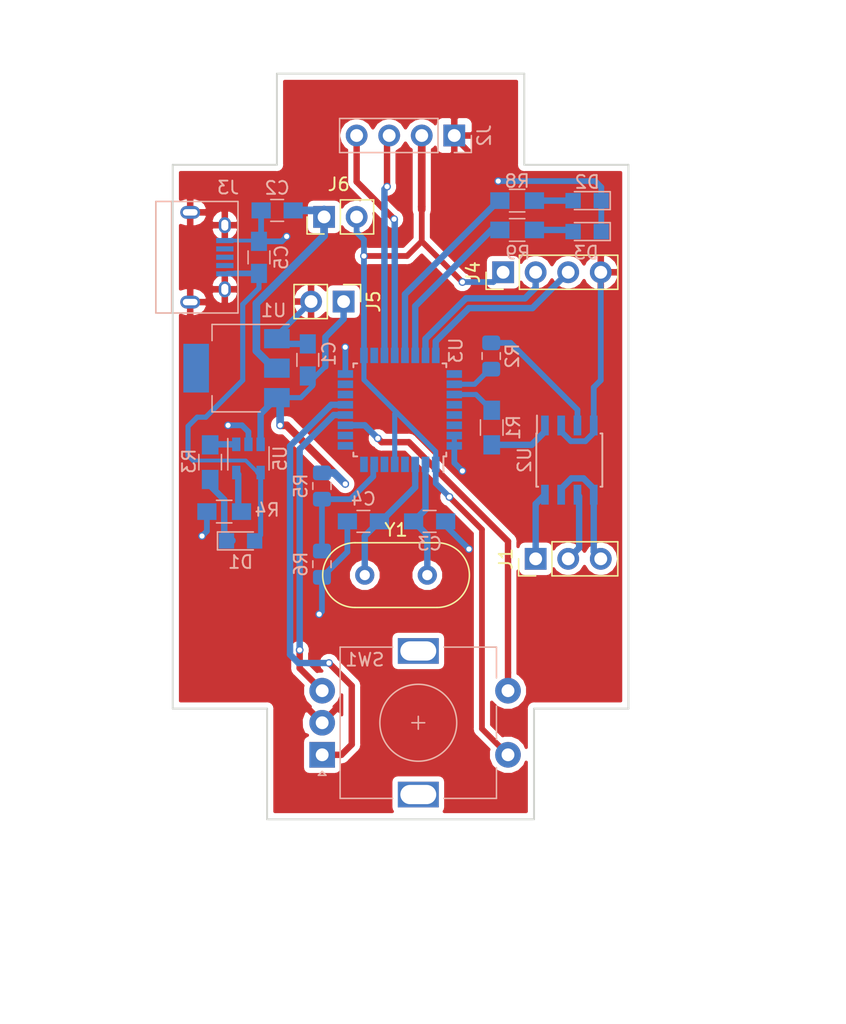
<source format=kicad_pcb>
(kicad_pcb (version 20171130) (host pcbnew "(5.0.2)-1")

  (general
    (thickness 1.6)
    (drawings 22)
    (tracks 220)
    (zones 0)
    (modules 28)
    (nets 46)
  )

  (page A4)
  (layers
    (0 F.Cu signal)
    (31 B.Cu signal)
    (32 B.Adhes user)
    (33 F.Adhes user)
    (34 B.Paste user)
    (35 F.Paste user)
    (36 B.SilkS user)
    (37 F.SilkS user)
    (38 B.Mask user)
    (39 F.Mask user)
    (40 Dwgs.User user)
    (41 Cmts.User user)
    (42 Eco1.User user)
    (43 Eco2.User user)
    (44 Edge.Cuts user)
    (45 Margin user)
    (46 B.CrtYd user)
    (47 F.CrtYd user)
    (48 B.Fab user hide)
    (49 F.Fab user hide)
  )

  (setup
    (last_trace_width 0.25)
    (trace_clearance 0.2)
    (zone_clearance 0.408)
    (zone_45_only no)
    (trace_min 0.2)
    (segment_width 0.2)
    (edge_width 0.15)
    (via_size 0.6)
    (via_drill 0.4)
    (via_min_size 0.4)
    (via_min_drill 0.3)
    (uvia_size 0.3)
    (uvia_drill 0.1)
    (uvias_allowed no)
    (uvia_min_size 0.2)
    (uvia_min_drill 0.1)
    (pcb_text_width 0.3)
    (pcb_text_size 1.5 1.5)
    (mod_edge_width 0.15)
    (mod_text_size 1 1)
    (mod_text_width 0.15)
    (pad_size 1.524 1.524)
    (pad_drill 0.762)
    (pad_to_mask_clearance 0.2)
    (solder_mask_min_width 0.25)
    (aux_axis_origin 25.62352 85.01888)
    (visible_elements 7FFFFFFF)
    (pcbplotparams
      (layerselection 0x000fc_ffffffff)
      (usegerberextensions false)
      (usegerberattributes true)
      (usegerberadvancedattributes false)
      (creategerberjobfile false)
      (excludeedgelayer false)
      (linewidth 0.100000)
      (plotframeref false)
      (viasonmask false)
      (mode 1)
      (useauxorigin false)
      (hpglpennumber 1)
      (hpglpenspeed 20)
      (hpglpendiameter 15.000000)
      (psnegative false)
      (psa4output false)
      (plotreference true)
      (plotvalue true)
      (plotinvisibletext false)
      (padsonsilk false)
      (subtractmaskfromsilk false)
      (outputformat 1)
      (mirror false)
      (drillshape 0)
      (scaleselection 1)
      (outputdirectory "gerber/"))
  )

  (net 0 "")
  (net 1 Vbat)
  (net 2 GND)
  (net 3 3.3V)
  (net 4 "Net-(C3-Pad1)")
  (net 5 "Net-(C4-Pad1)")
  (net 6 5V)
  (net 7 ENC_1)
  (net 8 ENC_2)
  (net 9 ENC_B)
  (net 10 "Net-(D1-Pad1)")
  (net 11 "Net-(D2-Pad2)")
  (net 12 "Net-(D3-Pad2)")
  (net 13 "Net-(J1-Pad1)")
  (net 14 "Net-(J1-Pad2)")
  (net 15 GNDA)
  (net 16 I2C_SDA)
  (net 17 I2C_SCL)
  (net 18 "Net-(J3-Pad2)")
  (net 19 "Net-(J3-Pad3)")
  (net 20 "Net-(J3-Pad4)")
  (net 21 SWDIO)
  (net 22 SWCLK)
  (net 23 "Net-(R1-Pad1)")
  (net 24 "Net-(R3-Pad2)")
  (net 25 "Net-(R4-Pad1)")
  (net 26 LED_1)
  (net 27 LED_2)
  (net 28 "Net-(U3-Pad8)")
  (net 29 "Net-(U3-Pad9)")
  (net 30 "Net-(U3-Pad10)")
  (net 31 "Net-(U3-Pad14)")
  (net 32 "Net-(U3-Pad15)")
  (net 33 "Net-(U3-Pad18)")
  (net 34 "Net-(U3-Pad25)")
  (net 35 "Net-(U3-Pad28)")
  (net 36 "Net-(U3-Pad29)")
  (net 37 "Net-(U3-Pad30)")
  (net 38 3.3V_2)
  (net 39 FOCUS)
  (net 40 GATE)
  (net 41 "Net-(U3-Pad6)")
  (net 42 "Net-(R2-Pad2)")
  (net 43 "Net-(U3-Pad4)")
  (net 44 "Net-(U3-Pad5)")
  (net 45 ADC)

  (net_class Default "Это класс цепей по умолчанию."
    (clearance 0.2)
    (trace_width 0.25)
    (via_dia 0.6)
    (via_drill 0.4)
    (uvia_dia 0.3)
    (uvia_drill 0.1)
    (add_net FOCUS)
    (add_net GATE)
  )

  (net_class 5v ""
    (clearance 0.2)
    (trace_width 0.45)
    (via_dia 0.6)
    (via_drill 0.4)
    (uvia_dia 0.3)
    (uvia_drill 0.1)
    (add_net 3.3V_2)
    (add_net 5V)
    (add_net GND)
  )

  (net_class all ""
    (clearance 0.2)
    (trace_width 0.5)
    (via_dia 0.6)
    (via_drill 0.4)
    (uvia_dia 0.3)
    (uvia_drill 0.1)
    (add_net ENC_1)
    (add_net ENC_2)
    (add_net ENC_B)
    (add_net GNDA)
    (add_net I2C_SCL)
    (add_net I2C_SDA)
    (add_net LED_1)
    (add_net LED_2)
    (add_net "Net-(C3-Pad1)")
    (add_net "Net-(C4-Pad1)")
    (add_net "Net-(D1-Pad1)")
    (add_net "Net-(D2-Pad2)")
    (add_net "Net-(D3-Pad2)")
    (add_net "Net-(J1-Pad1)")
    (add_net "Net-(J1-Pad2)")
    (add_net "Net-(J3-Pad2)")
    (add_net "Net-(J3-Pad3)")
    (add_net "Net-(J3-Pad4)")
    (add_net "Net-(R1-Pad1)")
    (add_net "Net-(R3-Pad2)")
    (add_net "Net-(R4-Pad1)")
    (add_net "Net-(U3-Pad10)")
    (add_net "Net-(U3-Pad14)")
    (add_net "Net-(U3-Pad15)")
    (add_net "Net-(U3-Pad18)")
    (add_net "Net-(U3-Pad25)")
    (add_net "Net-(U3-Pad28)")
    (add_net "Net-(U3-Pad29)")
    (add_net "Net-(U3-Pad30)")
    (add_net "Net-(U3-Pad8)")
    (add_net "Net-(U3-Pad9)")
    (add_net SWCLK)
    (add_net SWDIO)
  )

  (net_class def1 ""
    (clearance 0.2)
    (trace_width 0.45)
    (via_dia 0.6)
    (via_drill 0.4)
    (uvia_dia 0.3)
    (uvia_drill 0.1)
    (add_net ADC)
    (add_net "Net-(R2-Pad2)")
    (add_net "Net-(U3-Pad4)")
    (add_net "Net-(U3-Pad5)")
    (add_net "Net-(U3-Pad6)")
  )

  (net_class gnd ""
    (clearance 0.2)
    (trace_width 0.25)
    (via_dia 0.6)
    (via_drill 0.4)
    (uvia_dia 0.3)
    (uvia_drill 0.1)
  )

  (net_class power ""
    (clearance 0.2)
    (trace_width 0.6)
    (via_dia 0.6)
    (via_drill 0.4)
    (uvia_dia 0.3)
    (uvia_drill 0.1)
    (add_net 3.3V)
    (add_net Vbat)
  )

  (module Rotary_Encoder:RotaryEncoder_Alps_EC11E-Switch_Vertical_H20mm (layer B.Cu) (tedit 5BA6A436) (tstamp 5CD937B9)
    (at 38.332 78.025)
    (descr "Alps rotary encoder, EC12E... with switch, vertical shaft, http://www.alps.com/prod/info/E/HTML/Encoder/Incremental/EC11/EC11E15204A3.html")
    (tags "rotary encoder")
    (path /5BA64708)
    (fp_text reference SW1 (at 3.324 -7.413) (layer B.SilkS)
      (effects (font (size 1 1) (thickness 0.15)) (justify mirror))
    )
    (fp_text value Encoder (at 11.99048 -10.34924) (layer B.Fab)
      (effects (font (size 1 1) (thickness 0.15)) (justify mirror))
    )
    (fp_text user %R (at 11.1 -6.3) (layer B.Fab)
      (effects (font (size 1 1) (thickness 0.15)) (justify mirror))
    )
    (fp_line (start 7 -2.5) (end 8 -2.5) (layer B.SilkS) (width 0.12))
    (fp_line (start 7.5 -2) (end 7.5 -3) (layer B.SilkS) (width 0.12))
    (fp_line (start 13.6 -6) (end 13.6 -8.4) (layer B.SilkS) (width 0.12))
    (fp_line (start 13.6 -1.2) (end 13.6 -3.8) (layer B.SilkS) (width 0.12))
    (fp_line (start 13.6 3.4) (end 13.6 1) (layer B.SilkS) (width 0.12))
    (fp_line (start 4.5 -2.5) (end 10.5 -2.5) (layer B.Fab) (width 0.12))
    (fp_line (start 7.5 0.5) (end 7.5 -5.5) (layer B.Fab) (width 0.12))
    (fp_line (start 0.3 1.6) (end 0 1.3) (layer B.SilkS) (width 0.12))
    (fp_line (start -0.3 1.6) (end 0.3 1.6) (layer B.SilkS) (width 0.12))
    (fp_line (start 0 1.3) (end -0.3 1.6) (layer B.SilkS) (width 0.12))
    (fp_line (start 1.4 3.4) (end 1.4 -8.4) (layer B.SilkS) (width 0.12))
    (fp_line (start 5.5 3.4) (end 1.4 3.4) (layer B.SilkS) (width 0.12))
    (fp_line (start 5.5 -8.4) (end 1.4 -8.4) (layer B.SilkS) (width 0.12))
    (fp_line (start 13.6 -8.4) (end 9.5 -8.4) (layer B.SilkS) (width 0.12))
    (fp_line (start 9.5 3.4) (end 13.6 3.4) (layer B.SilkS) (width 0.12))
    (fp_line (start 1.5 2.2) (end 2.5 3.3) (layer B.Fab) (width 0.12))
    (fp_line (start 1.5 -8.3) (end 1.5 2.2) (layer B.Fab) (width 0.12))
    (fp_line (start 13.5 -8.3) (end 1.5 -8.3) (layer B.Fab) (width 0.12))
    (fp_line (start 13.5 3.3) (end 13.5 -8.3) (layer B.Fab) (width 0.12))
    (fp_line (start 2.5 3.3) (end 13.5 3.3) (layer B.Fab) (width 0.12))
    (fp_line (start -1.5 4.6) (end 16 4.6) (layer B.CrtYd) (width 0.05))
    (fp_line (start -1.5 4.6) (end -1.5 -9.6) (layer B.CrtYd) (width 0.05))
    (fp_line (start 16 -9.6) (end 16 4.6) (layer B.CrtYd) (width 0.05))
    (fp_line (start 16 -9.6) (end -1.5 -9.6) (layer B.CrtYd) (width 0.05))
    (fp_circle (center 7.5 -2.5) (end 10.5 -2.5) (layer B.SilkS) (width 0.12))
    (fp_circle (center 7.5 -2.5) (end 10.5 -2.5) (layer B.Fab) (width 0.12))
    (pad 5 thru_hole circle (at 14.5 -5) (size 2 2) (drill 1) (layers *.Cu *.Mask)
      (net 9 ENC_B))
    (pad 4 thru_hole circle (at 14.5 0) (size 2 2) (drill 1) (layers *.Cu *.Mask)
      (net 38 3.3V_2))
    (pad MP thru_hole rect (at 7.5 -8.1) (size 3.2 2) (drill oval 2.8 1.5) (layers *.Cu *.Mask))
    (pad MP thru_hole rect (at 7.5 3.1) (size 3.2 2) (drill oval 2.8 1.5) (layers *.Cu *.Mask))
    (pad 3 thru_hole circle (at 0 -5) (size 2 2) (drill 1) (layers *.Cu *.Mask)
      (net 8 ENC_2))
    (pad 2 thru_hole circle (at 0 -2.5) (size 2 2) (drill 1) (layers *.Cu *.Mask)
      (net 2 GND))
    (pad 1 thru_hole rect (at 0 0) (size 2 2) (drill 1) (layers *.Cu *.Mask)
      (net 7 ENC_1))
    (model ${KISYS3DMOD}/Rotary_Encoder.3dshapes/RotaryEncoder_Alps_EC11E-Switch_Vertical_H20mm.wrl
      (at (xyz 0 0 0))
      (scale (xyz 1 1 1))
      (rotate (xyz 0 0 0))
    )
  )

  (module Housings_QFP:LQFP-32_7x7mm_Pitch0.8mm locked placed (layer B.Cu) (tedit 54130A77) (tstamp 5BBA683C)
    (at 44.393 51.122 90)
    (descr "LQFP32: plastic low profile quad flat package; 32 leads; body 7 x 7 x 1.4 mm (see NXP sot358-1_po.pdf and sot358-1_fr.pdf)")
    (tags "QFP 0.8")
    (path /5BA56E80)
    (attr smd)
    (fp_text reference U3 (at 4.64 4.375 90) (layer B.SilkS)
      (effects (font (size 1 1) (thickness 0.15)) (justify mirror))
    )
    (fp_text value STM32F030K6Tx (at 1.846 0.438) (layer B.Fab)
      (effects (font (size 1 1) (thickness 0.15)) (justify mirror))
    )
    (fp_text user %R (at 0 0 90) (layer B.Fab)
      (effects (font (size 1 1) (thickness 0.15)) (justify mirror))
    )
    (fp_line (start -2.5 3.5) (end 3.5 3.5) (layer B.Fab) (width 0.15))
    (fp_line (start 3.5 3.5) (end 3.5 -3.5) (layer B.Fab) (width 0.15))
    (fp_line (start 3.5 -3.5) (end -3.5 -3.5) (layer B.Fab) (width 0.15))
    (fp_line (start -3.5 -3.5) (end -3.5 2.5) (layer B.Fab) (width 0.15))
    (fp_line (start -3.5 2.5) (end -2.5 3.5) (layer B.Fab) (width 0.15))
    (fp_line (start -5.1 5.1) (end -5.1 -5.1) (layer B.CrtYd) (width 0.05))
    (fp_line (start 5.1 5.1) (end 5.1 -5.1) (layer B.CrtYd) (width 0.05))
    (fp_line (start -5.1 5.1) (end 5.1 5.1) (layer B.CrtYd) (width 0.05))
    (fp_line (start -5.1 -5.1) (end 5.1 -5.1) (layer B.CrtYd) (width 0.05))
    (fp_line (start -3.625 3.625) (end -3.625 3.4) (layer B.SilkS) (width 0.15))
    (fp_line (start 3.625 3.625) (end 3.625 3.325) (layer B.SilkS) (width 0.15))
    (fp_line (start 3.625 -3.625) (end 3.625 -3.325) (layer B.SilkS) (width 0.15))
    (fp_line (start -3.625 -3.625) (end -3.625 -3.325) (layer B.SilkS) (width 0.15))
    (fp_line (start -3.625 3.625) (end -3.325 3.625) (layer B.SilkS) (width 0.15))
    (fp_line (start -3.625 -3.625) (end -3.325 -3.625) (layer B.SilkS) (width 0.15))
    (fp_line (start 3.625 -3.625) (end 3.325 -3.625) (layer B.SilkS) (width 0.15))
    (fp_line (start 3.625 3.625) (end 3.325 3.625) (layer B.SilkS) (width 0.15))
    (fp_line (start -3.625 3.4) (end -4.85 3.4) (layer B.SilkS) (width 0.15))
    (pad 1 smd rect (at -4.25 2.8 90) (size 1.2 0.6) (layers B.Cu B.Paste B.Mask)
      (net 38 3.3V_2))
    (pad 2 smd rect (at -4.25 2 90) (size 1.2 0.6) (layers B.Cu B.Paste B.Mask)
      (net 4 "Net-(C3-Pad1)"))
    (pad 3 smd rect (at -4.25 1.2 90) (size 1.2 0.6) (layers B.Cu B.Paste B.Mask)
      (net 5 "Net-(C4-Pad1)"))
    (pad 4 smd rect (at -4.25 0.4 90) (size 1.2 0.6) (layers B.Cu B.Paste B.Mask)
      (net 43 "Net-(U3-Pad4)"))
    (pad 5 smd rect (at -4.25 -0.4 90) (size 1.2 0.6) (layers B.Cu B.Paste B.Mask)
      (net 44 "Net-(U3-Pad5)"))
    (pad 6 smd rect (at -4.25 -1.2 90) (size 1.2 0.6) (layers B.Cu B.Paste B.Mask)
      (net 41 "Net-(U3-Pad6)"))
    (pad 7 smd rect (at -4.25 -2 90) (size 1.2 0.6) (layers B.Cu B.Paste B.Mask)
      (net 45 ADC))
    (pad 8 smd rect (at -4.25 -2.8 90) (size 1.2 0.6) (layers B.Cu B.Paste B.Mask)
      (net 28 "Net-(U3-Pad8)"))
    (pad 9 smd rect (at -2.8 -4.25) (size 1.2 0.6) (layers B.Cu B.Paste B.Mask)
      (net 29 "Net-(U3-Pad9)"))
    (pad 10 smd rect (at -2 -4.25) (size 1.2 0.6) (layers B.Cu B.Paste B.Mask)
      (net 30 "Net-(U3-Pad10)"))
    (pad 11 smd rect (at -1.2 -4.25) (size 1.2 0.6) (layers B.Cu B.Paste B.Mask)
      (net 9 ENC_B))
    (pad 12 smd rect (at -0.4 -4.25) (size 1.2 0.6) (layers B.Cu B.Paste B.Mask)
      (net 8 ENC_2))
    (pad 13 smd rect (at 0.4 -4.25) (size 1.2 0.6) (layers B.Cu B.Paste B.Mask)
      (net 7 ENC_1))
    (pad 14 smd rect (at 1.2 -4.25) (size 1.2 0.6) (layers B.Cu B.Paste B.Mask)
      (net 31 "Net-(U3-Pad14)"))
    (pad 15 smd rect (at 2 -4.25) (size 1.2 0.6) (layers B.Cu B.Paste B.Mask)
      (net 32 "Net-(U3-Pad15)"))
    (pad 16 smd rect (at 2.8 -4.25) (size 1.2 0.6) (layers B.Cu B.Paste B.Mask)
      (net 2 GND))
    (pad 17 smd rect (at 4.25 -2.8 90) (size 1.2 0.6) (layers B.Cu B.Paste B.Mask)
      (net 38 3.3V_2))
    (pad 18 smd rect (at 4.25 -2 90) (size 1.2 0.6) (layers B.Cu B.Paste B.Mask)
      (net 33 "Net-(U3-Pad18)"))
    (pad 19 smd rect (at 4.25 -1.2 90) (size 1.2 0.6) (layers B.Cu B.Paste B.Mask)
      (net 17 I2C_SCL))
    (pad 20 smd rect (at 4.25 -0.4 90) (size 1.2 0.6) (layers B.Cu B.Paste B.Mask)
      (net 16 I2C_SDA))
    (pad 21 smd rect (at 4.25 0.4 90) (size 1.2 0.6) (layers B.Cu B.Paste B.Mask)
      (net 26 LED_1))
    (pad 22 smd rect (at 4.25 1.2 90) (size 1.2 0.6) (layers B.Cu B.Paste B.Mask)
      (net 27 LED_2))
    (pad 23 smd rect (at 4.25 2 90) (size 1.2 0.6) (layers B.Cu B.Paste B.Mask)
      (net 21 SWDIO))
    (pad 24 smd rect (at 4.25 2.8 90) (size 1.2 0.6) (layers B.Cu B.Paste B.Mask)
      (net 22 SWCLK))
    (pad 25 smd rect (at 2.8 4.25) (size 1.2 0.6) (layers B.Cu B.Paste B.Mask)
      (net 34 "Net-(U3-Pad25)"))
    (pad 26 smd rect (at 2 4.25) (size 1.2 0.6) (layers B.Cu B.Paste B.Mask)
      (net 40 GATE))
    (pad 27 smd rect (at 1.2 4.25) (size 1.2 0.6) (layers B.Cu B.Paste B.Mask)
      (net 39 FOCUS))
    (pad 28 smd rect (at 0.4 4.25) (size 1.2 0.6) (layers B.Cu B.Paste B.Mask)
      (net 35 "Net-(U3-Pad28)"))
    (pad 29 smd rect (at -0.4 4.25) (size 1.2 0.6) (layers B.Cu B.Paste B.Mask)
      (net 36 "Net-(U3-Pad29)"))
    (pad 30 smd rect (at -1.2 4.25) (size 1.2 0.6) (layers B.Cu B.Paste B.Mask)
      (net 37 "Net-(U3-Pad30)"))
    (pad 31 smd rect (at -2 4.25) (size 1.2 0.6) (layers B.Cu B.Paste B.Mask)
      (net 2 GND))
    (pad 32 smd rect (at -2.8 4.25) (size 1.2 0.6) (layers B.Cu B.Paste B.Mask)
      (net 2 GND))
    (model ${KISYS3DMOD}/Housings_QFP.3dshapes/LQFP-32_7x7mm_Pitch0.8mm.wrl
      (at (xyz 0 0 0))
      (scale (xyz 1 1 1))
      (rotate (xyz 0 0 0))
    )
  )

  (module Capacitors_SMD:C_0805_HandSoldering placed (layer B.Cu) (tedit 58AA84A8) (tstamp 5BBA6775)
    (at 37.211 47.224 90)
    (descr "Capacitor SMD 0805, hand soldering")
    (tags "capacitor 0805")
    (path /5BA5AB83)
    (attr smd)
    (fp_text reference C1 (at 0.488 1.651 90) (layer B.SilkS)
      (effects (font (size 1 1) (thickness 0.15)) (justify mirror))
    )
    (fp_text value 10uF (at 0 -1.75 90) (layer B.Fab)
      (effects (font (size 1 1) (thickness 0.15)) (justify mirror))
    )
    (fp_text user %R (at 0 1.75 90) (layer B.Fab)
      (effects (font (size 1 1) (thickness 0.15)) (justify mirror))
    )
    (fp_line (start -1 -0.62) (end -1 0.62) (layer B.Fab) (width 0.1))
    (fp_line (start 1 -0.62) (end -1 -0.62) (layer B.Fab) (width 0.1))
    (fp_line (start 1 0.62) (end 1 -0.62) (layer B.Fab) (width 0.1))
    (fp_line (start -1 0.62) (end 1 0.62) (layer B.Fab) (width 0.1))
    (fp_line (start 0.5 0.85) (end -0.5 0.85) (layer B.SilkS) (width 0.12))
    (fp_line (start -0.5 -0.85) (end 0.5 -0.85) (layer B.SilkS) (width 0.12))
    (fp_line (start -2.25 0.88) (end 2.25 0.88) (layer B.CrtYd) (width 0.05))
    (fp_line (start -2.25 0.88) (end -2.25 -0.87) (layer B.CrtYd) (width 0.05))
    (fp_line (start 2.25 -0.87) (end 2.25 0.88) (layer B.CrtYd) (width 0.05))
    (fp_line (start 2.25 -0.87) (end -2.25 -0.87) (layer B.CrtYd) (width 0.05))
    (pad 1 smd rect (at -1.25 0 90) (size 1.5 1.25) (layers B.Cu B.Paste B.Mask)
      (net 1 Vbat))
    (pad 2 smd rect (at 1.25 0 90) (size 1.5 1.25) (layers B.Cu B.Paste B.Mask)
      (net 2 GND))
    (model Capacitors_SMD.3dshapes/C_0805.wrl
      (at (xyz 0 0 0))
      (scale (xyz 1 1 1))
      (rotate (xyz 0 0 0))
    )
  )

  (module Capacitors_SMD:C_0805_HandSoldering placed (layer B.Cu) (tedit 58AA84A8) (tstamp 5BBA677B)
    (at 34.818 35.56 180)
    (descr "Capacitor SMD 0805, hand soldering")
    (tags "capacitor 0805")
    (path /5BA5A93F)
    (attr smd)
    (fp_text reference C2 (at 0 1.75 180) (layer B.SilkS)
      (effects (font (size 1 1) (thickness 0.15)) (justify mirror))
    )
    (fp_text value 22uF (at 0 -1.75 180) (layer B.Fab)
      (effects (font (size 1 1) (thickness 0.15)) (justify mirror))
    )
    (fp_text user %R (at 0 1.75 180) (layer B.Fab)
      (effects (font (size 1 1) (thickness 0.15)) (justify mirror))
    )
    (fp_line (start -1 -0.62) (end -1 0.62) (layer B.Fab) (width 0.1))
    (fp_line (start 1 -0.62) (end -1 -0.62) (layer B.Fab) (width 0.1))
    (fp_line (start 1 0.62) (end 1 -0.62) (layer B.Fab) (width 0.1))
    (fp_line (start -1 0.62) (end 1 0.62) (layer B.Fab) (width 0.1))
    (fp_line (start 0.5 0.85) (end -0.5 0.85) (layer B.SilkS) (width 0.12))
    (fp_line (start -0.5 -0.85) (end 0.5 -0.85) (layer B.SilkS) (width 0.12))
    (fp_line (start -2.25 0.88) (end 2.25 0.88) (layer B.CrtYd) (width 0.05))
    (fp_line (start -2.25 0.88) (end -2.25 -0.87) (layer B.CrtYd) (width 0.05))
    (fp_line (start 2.25 -0.87) (end 2.25 0.88) (layer B.CrtYd) (width 0.05))
    (fp_line (start 2.25 -0.87) (end -2.25 -0.87) (layer B.CrtYd) (width 0.05))
    (pad 1 smd rect (at -1.25 0 180) (size 1.5 1.25) (layers B.Cu B.Paste B.Mask)
      (net 3 3.3V))
    (pad 2 smd rect (at 1.25 0 180) (size 1.5 1.25) (layers B.Cu B.Paste B.Mask)
      (net 2 GND))
    (model Capacitors_SMD.3dshapes/C_0805.wrl
      (at (xyz 0 0 0))
      (scale (xyz 1 1 1))
      (rotate (xyz 0 0 0))
    )
  )

  (module Capacitors_SMD:C_0805_HandSoldering placed (layer B.Cu) (tedit 58AA84A8) (tstamp 5BBA6781)
    (at 46.716 59.817)
    (descr "Capacitor SMD 0805, hand soldering")
    (tags "capacitor 0805")
    (path /5BA571F1)
    (attr smd)
    (fp_text reference C3 (at 0 1.75) (layer B.SilkS)
      (effects (font (size 1 1) (thickness 0.15)) (justify mirror))
    )
    (fp_text value 20pF (at 0 -1.75) (layer B.Fab)
      (effects (font (size 1 1) (thickness 0.15)) (justify mirror))
    )
    (fp_text user %R (at 0 1.75) (layer B.Fab)
      (effects (font (size 1 1) (thickness 0.15)) (justify mirror))
    )
    (fp_line (start -1 -0.62) (end -1 0.62) (layer B.Fab) (width 0.1))
    (fp_line (start 1 -0.62) (end -1 -0.62) (layer B.Fab) (width 0.1))
    (fp_line (start 1 0.62) (end 1 -0.62) (layer B.Fab) (width 0.1))
    (fp_line (start -1 0.62) (end 1 0.62) (layer B.Fab) (width 0.1))
    (fp_line (start 0.5 0.85) (end -0.5 0.85) (layer B.SilkS) (width 0.12))
    (fp_line (start -0.5 -0.85) (end 0.5 -0.85) (layer B.SilkS) (width 0.12))
    (fp_line (start -2.25 0.88) (end 2.25 0.88) (layer B.CrtYd) (width 0.05))
    (fp_line (start -2.25 0.88) (end -2.25 -0.87) (layer B.CrtYd) (width 0.05))
    (fp_line (start 2.25 -0.87) (end 2.25 0.88) (layer B.CrtYd) (width 0.05))
    (fp_line (start 2.25 -0.87) (end -2.25 -0.87) (layer B.CrtYd) (width 0.05))
    (pad 1 smd rect (at -1.25 0) (size 1.5 1.25) (layers B.Cu B.Paste B.Mask)
      (net 4 "Net-(C3-Pad1)"))
    (pad 2 smd rect (at 1.25 0) (size 1.5 1.25) (layers B.Cu B.Paste B.Mask)
      (net 2 GND))
    (model Capacitors_SMD.3dshapes/C_0805.wrl
      (at (xyz 0 0 0))
      (scale (xyz 1 1 1))
      (rotate (xyz 0 0 0))
    )
  )

  (module Capacitors_SMD:C_0805_HandSoldering placed (layer B.Cu) (tedit 58AA84A8) (tstamp 5BBA6787)
    (at 41.549 59.817 180)
    (descr "Capacitor SMD 0805, hand soldering")
    (tags "capacitor 0805")
    (path /5BA57236)
    (attr smd)
    (fp_text reference C4 (at 0 1.75 180) (layer B.SilkS)
      (effects (font (size 1 1) (thickness 0.15)) (justify mirror))
    )
    (fp_text value 20pF (at 0 -1.75 180) (layer B.Fab)
      (effects (font (size 1 1) (thickness 0.15)) (justify mirror))
    )
    (fp_text user %R (at 0 1.75 180) (layer B.Fab)
      (effects (font (size 1 1) (thickness 0.15)) (justify mirror))
    )
    (fp_line (start -1 -0.62) (end -1 0.62) (layer B.Fab) (width 0.1))
    (fp_line (start 1 -0.62) (end -1 -0.62) (layer B.Fab) (width 0.1))
    (fp_line (start 1 0.62) (end 1 -0.62) (layer B.Fab) (width 0.1))
    (fp_line (start -1 0.62) (end 1 0.62) (layer B.Fab) (width 0.1))
    (fp_line (start 0.5 0.85) (end -0.5 0.85) (layer B.SilkS) (width 0.12))
    (fp_line (start -0.5 -0.85) (end 0.5 -0.85) (layer B.SilkS) (width 0.12))
    (fp_line (start -2.25 0.88) (end 2.25 0.88) (layer B.CrtYd) (width 0.05))
    (fp_line (start -2.25 0.88) (end -2.25 -0.87) (layer B.CrtYd) (width 0.05))
    (fp_line (start 2.25 -0.87) (end 2.25 0.88) (layer B.CrtYd) (width 0.05))
    (fp_line (start 2.25 -0.87) (end -2.25 -0.87) (layer B.CrtYd) (width 0.05))
    (pad 1 smd rect (at -1.25 0 180) (size 1.5 1.25) (layers B.Cu B.Paste B.Mask)
      (net 5 "Net-(C4-Pad1)"))
    (pad 2 smd rect (at 1.25 0 180) (size 1.5 1.25) (layers B.Cu B.Paste B.Mask)
      (net 2 GND))
    (model Capacitors_SMD.3dshapes/C_0805.wrl
      (at (xyz 0 0 0))
      (scale (xyz 1 1 1))
      (rotate (xyz 0 0 0))
    )
  )

  (module Capacitors_SMD:C_0805_HandSoldering placed (layer B.Cu) (tedit 58AA84A8) (tstamp 5BBA678D)
    (at 33.401 39.223 90)
    (descr "Capacitor SMD 0805, hand soldering")
    (tags "capacitor 0805")
    (path /5BA5DA5C)
    (attr smd)
    (fp_text reference C5 (at 0 1.75 90) (layer B.SilkS)
      (effects (font (size 1 1) (thickness 0.15)) (justify mirror))
    )
    (fp_text value 4.7uF (at 0 -1.75 90) (layer B.Fab)
      (effects (font (size 1 1) (thickness 0.15)) (justify mirror))
    )
    (fp_text user %R (at 0 1.75 90) (layer B.Fab)
      (effects (font (size 1 1) (thickness 0.15)) (justify mirror))
    )
    (fp_line (start -1 -0.62) (end -1 0.62) (layer B.Fab) (width 0.1))
    (fp_line (start 1 -0.62) (end -1 -0.62) (layer B.Fab) (width 0.1))
    (fp_line (start 1 0.62) (end 1 -0.62) (layer B.Fab) (width 0.1))
    (fp_line (start -1 0.62) (end 1 0.62) (layer B.Fab) (width 0.1))
    (fp_line (start 0.5 0.85) (end -0.5 0.85) (layer B.SilkS) (width 0.12))
    (fp_line (start -0.5 -0.85) (end 0.5 -0.85) (layer B.SilkS) (width 0.12))
    (fp_line (start -2.25 0.88) (end 2.25 0.88) (layer B.CrtYd) (width 0.05))
    (fp_line (start -2.25 0.88) (end -2.25 -0.87) (layer B.CrtYd) (width 0.05))
    (fp_line (start 2.25 -0.87) (end 2.25 0.88) (layer B.CrtYd) (width 0.05))
    (fp_line (start 2.25 -0.87) (end -2.25 -0.87) (layer B.CrtYd) (width 0.05))
    (pad 1 smd rect (at -1.25 0 90) (size 1.5 1.25) (layers B.Cu B.Paste B.Mask)
      (net 6 5V))
    (pad 2 smd rect (at 1.25 0 90) (size 1.5 1.25) (layers B.Cu B.Paste B.Mask)
      (net 2 GND))
    (model Capacitors_SMD.3dshapes/C_0805.wrl
      (at (xyz 0 0 0))
      (scale (xyz 1 1 1))
      (rotate (xyz 0 0 0))
    )
  )

  (module LEDs:LED_0805 placed (layer B.Cu) (tedit 59959803) (tstamp 5BBA6793)
    (at 31.961 61.341)
    (descr "LED 0805 smd package")
    (tags "LED led 0805 SMD smd SMT smt smdled SMDLED smtled SMTLED")
    (path /5BA5D192)
    (attr smd)
    (fp_text reference D1 (at 0 1.651) (layer B.SilkS)
      (effects (font (size 1 1) (thickness 0.15)) (justify mirror))
    )
    (fp_text value LED (at 1.79052 1.66116) (layer B.Fab)
      (effects (font (size 1 1) (thickness 0.15)) (justify mirror))
    )
    (fp_line (start -1.8 0.7) (end -1.8 -0.7) (layer B.SilkS) (width 0.12))
    (fp_line (start -0.4 0.4) (end -0.4 -0.4) (layer B.Fab) (width 0.1))
    (fp_line (start -0.4 0) (end 0.2 0.4) (layer B.Fab) (width 0.1))
    (fp_line (start 0.2 -0.4) (end -0.4 0) (layer B.Fab) (width 0.1))
    (fp_line (start 0.2 0.4) (end 0.2 -0.4) (layer B.Fab) (width 0.1))
    (fp_line (start 1 -0.6) (end -1 -0.6) (layer B.Fab) (width 0.1))
    (fp_line (start 1 0.6) (end 1 -0.6) (layer B.Fab) (width 0.1))
    (fp_line (start -1 0.6) (end 1 0.6) (layer B.Fab) (width 0.1))
    (fp_line (start -1 -0.6) (end -1 0.6) (layer B.Fab) (width 0.1))
    (fp_line (start -1.8 -0.7) (end 1 -0.7) (layer B.SilkS) (width 0.12))
    (fp_line (start -1.8 0.7) (end 1 0.7) (layer B.SilkS) (width 0.12))
    (fp_line (start 1.95 0.85) (end 1.95 -0.85) (layer B.CrtYd) (width 0.05))
    (fp_line (start 1.95 -0.85) (end -1.95 -0.85) (layer B.CrtYd) (width 0.05))
    (fp_line (start -1.95 -0.85) (end -1.95 0.85) (layer B.CrtYd) (width 0.05))
    (fp_line (start -1.95 0.85) (end 1.95 0.85) (layer B.CrtYd) (width 0.05))
    (fp_text user %R (at 0 1.25) (layer B.Fab)
      (effects (font (size 0.4 0.4) (thickness 0.1)) (justify mirror))
    )
    (pad 2 smd rect (at 1.1 0 180) (size 1.2 1.2) (layers B.Cu B.Paste B.Mask)
      (net 6 5V))
    (pad 1 smd rect (at -1.1 0 180) (size 1.2 1.2) (layers B.Cu B.Paste B.Mask)
      (net 10 "Net-(D1-Pad1)"))
    (model ${KISYS3DMOD}/LEDs.3dshapes/LED_0805.wrl
      (at (xyz 0 0 0))
      (scale (xyz 1 1 1))
      (rotate (xyz 0 0 180))
    )
  )

  (module LEDs:LED_0805 placed (layer B.Cu) (tedit 59959803) (tstamp 5BBA6799)
    (at 59.012 34.798 180)
    (descr "LED 0805 smd package")
    (tags "LED led 0805 SMD smd SMT smt smdled SMDLED smtled SMTLED")
    (path /5BA6BBDA)
    (attr smd)
    (fp_text reference D2 (at 0 1.45 180) (layer B.SilkS)
      (effects (font (size 1 1) (thickness 0.15)) (justify mirror))
    )
    (fp_text value LED (at 0 -1.55 180) (layer B.Fab)
      (effects (font (size 1 1) (thickness 0.15)) (justify mirror))
    )
    (fp_line (start -1.8 0.7) (end -1.8 -0.7) (layer B.SilkS) (width 0.12))
    (fp_line (start -0.4 0.4) (end -0.4 -0.4) (layer B.Fab) (width 0.1))
    (fp_line (start -0.4 0) (end 0.2 0.4) (layer B.Fab) (width 0.1))
    (fp_line (start 0.2 -0.4) (end -0.4 0) (layer B.Fab) (width 0.1))
    (fp_line (start 0.2 0.4) (end 0.2 -0.4) (layer B.Fab) (width 0.1))
    (fp_line (start 1 -0.6) (end -1 -0.6) (layer B.Fab) (width 0.1))
    (fp_line (start 1 0.6) (end 1 -0.6) (layer B.Fab) (width 0.1))
    (fp_line (start -1 0.6) (end 1 0.6) (layer B.Fab) (width 0.1))
    (fp_line (start -1 -0.6) (end -1 0.6) (layer B.Fab) (width 0.1))
    (fp_line (start -1.8 -0.7) (end 1 -0.7) (layer B.SilkS) (width 0.12))
    (fp_line (start -1.8 0.7) (end 1 0.7) (layer B.SilkS) (width 0.12))
    (fp_line (start 1.95 0.85) (end 1.95 -0.85) (layer B.CrtYd) (width 0.05))
    (fp_line (start 1.95 -0.85) (end -1.95 -0.85) (layer B.CrtYd) (width 0.05))
    (fp_line (start -1.95 -0.85) (end -1.95 0.85) (layer B.CrtYd) (width 0.05))
    (fp_line (start -1.95 0.85) (end 1.95 0.85) (layer B.CrtYd) (width 0.05))
    (fp_text user %R (at 0 1.25 180) (layer B.Fab)
      (effects (font (size 0.4 0.4) (thickness 0.1)) (justify mirror))
    )
    (pad 2 smd rect (at 1.1 0) (size 1.2 1.2) (layers B.Cu B.Paste B.Mask)
      (net 11 "Net-(D2-Pad2)"))
    (pad 1 smd rect (at -1.1 0) (size 1.2 1.2) (layers B.Cu B.Paste B.Mask)
      (net 2 GND))
    (model ${KISYS3DMOD}/LEDs.3dshapes/LED_0805.wrl
      (at (xyz 0 0 0))
      (scale (xyz 1 1 1))
      (rotate (xyz 0 0 180))
    )
  )

  (module LEDs:LED_0805 placed (layer B.Cu) (tedit 59959803) (tstamp 5BBA679F)
    (at 59.012 37.211 180)
    (descr "LED 0805 smd package")
    (tags "LED led 0805 SMD smd SMT smt smdled SMDLED smtled SMTLED")
    (path /5BA6B784)
    (attr smd)
    (fp_text reference D3 (at 0.084 -1.651 180) (layer B.SilkS)
      (effects (font (size 1 1) (thickness 0.15)) (justify mirror))
    )
    (fp_text value LED (at 0 -1.55 180) (layer B.Fab)
      (effects (font (size 1 1) (thickness 0.15)) (justify mirror))
    )
    (fp_line (start -1.8 0.7) (end -1.8 -0.7) (layer B.SilkS) (width 0.12))
    (fp_line (start -0.4 0.4) (end -0.4 -0.4) (layer B.Fab) (width 0.1))
    (fp_line (start -0.4 0) (end 0.2 0.4) (layer B.Fab) (width 0.1))
    (fp_line (start 0.2 -0.4) (end -0.4 0) (layer B.Fab) (width 0.1))
    (fp_line (start 0.2 0.4) (end 0.2 -0.4) (layer B.Fab) (width 0.1))
    (fp_line (start 1 -0.6) (end -1 -0.6) (layer B.Fab) (width 0.1))
    (fp_line (start 1 0.6) (end 1 -0.6) (layer B.Fab) (width 0.1))
    (fp_line (start -1 0.6) (end 1 0.6) (layer B.Fab) (width 0.1))
    (fp_line (start -1 -0.6) (end -1 0.6) (layer B.Fab) (width 0.1))
    (fp_line (start -1.8 -0.7) (end 1 -0.7) (layer B.SilkS) (width 0.12))
    (fp_line (start -1.8 0.7) (end 1 0.7) (layer B.SilkS) (width 0.12))
    (fp_line (start 1.95 0.85) (end 1.95 -0.85) (layer B.CrtYd) (width 0.05))
    (fp_line (start 1.95 -0.85) (end -1.95 -0.85) (layer B.CrtYd) (width 0.05))
    (fp_line (start -1.95 -0.85) (end -1.95 0.85) (layer B.CrtYd) (width 0.05))
    (fp_line (start -1.95 0.85) (end 1.95 0.85) (layer B.CrtYd) (width 0.05))
    (fp_text user %R (at 0 1.25 180) (layer B.Fab)
      (effects (font (size 0.4 0.4) (thickness 0.1)) (justify mirror))
    )
    (pad 2 smd rect (at 1.1 0) (size 1.2 1.2) (layers B.Cu B.Paste B.Mask)
      (net 12 "Net-(D3-Pad2)"))
    (pad 1 smd rect (at -1.1 0) (size 1.2 1.2) (layers B.Cu B.Paste B.Mask)
      (net 2 GND))
    (model ${KISYS3DMOD}/LEDs.3dshapes/LED_0805.wrl
      (at (xyz 0 0 0))
      (scale (xyz 1 1 1))
      (rotate (xyz 0 0 180))
    )
  )

  (module Pin_Headers:Pin_Header_Straight_1x03_Pitch2.54mm placed (layer F.Cu) (tedit 59650532) (tstamp 5BBA67A6)
    (at 54.991 62.738 90)
    (descr "Through hole straight pin header, 1x03, 2.54mm pitch, single row")
    (tags "Through hole pin header THT 1x03 2.54mm single row")
    (path /5BA59D1D)
    (fp_text reference J1 (at 0 -2.33 90) (layer F.SilkS)
      (effects (font (size 1 1) (thickness 0.15)))
    )
    (fp_text value Photo (at -2.22504 2.50444 180) (layer F.Fab)
      (effects (font (size 1 1) (thickness 0.15)))
    )
    (fp_line (start -0.635 -1.27) (end 1.27 -1.27) (layer F.Fab) (width 0.1))
    (fp_line (start 1.27 -1.27) (end 1.27 6.35) (layer F.Fab) (width 0.1))
    (fp_line (start 1.27 6.35) (end -1.27 6.35) (layer F.Fab) (width 0.1))
    (fp_line (start -1.27 6.35) (end -1.27 -0.635) (layer F.Fab) (width 0.1))
    (fp_line (start -1.27 -0.635) (end -0.635 -1.27) (layer F.Fab) (width 0.1))
    (fp_line (start -1.33 6.41) (end 1.33 6.41) (layer F.SilkS) (width 0.12))
    (fp_line (start -1.33 1.27) (end -1.33 6.41) (layer F.SilkS) (width 0.12))
    (fp_line (start 1.33 1.27) (end 1.33 6.41) (layer F.SilkS) (width 0.12))
    (fp_line (start -1.33 1.27) (end 1.33 1.27) (layer F.SilkS) (width 0.12))
    (fp_line (start -1.33 0) (end -1.33 -1.33) (layer F.SilkS) (width 0.12))
    (fp_line (start -1.33 -1.33) (end 0 -1.33) (layer F.SilkS) (width 0.12))
    (fp_line (start -1.8 -1.8) (end -1.8 6.85) (layer F.CrtYd) (width 0.05))
    (fp_line (start -1.8 6.85) (end 1.8 6.85) (layer F.CrtYd) (width 0.05))
    (fp_line (start 1.8 6.85) (end 1.8 -1.8) (layer F.CrtYd) (width 0.05))
    (fp_line (start 1.8 -1.8) (end -1.8 -1.8) (layer F.CrtYd) (width 0.05))
    (fp_text user %R (at 0 2.54 180) (layer F.Fab)
      (effects (font (size 1 1) (thickness 0.15)))
    )
    (pad 1 thru_hole rect (at 0 0 90) (size 1.7 1.7) (drill 1) (layers *.Cu *.Mask)
      (net 13 "Net-(J1-Pad1)"))
    (pad 2 thru_hole oval (at 0 2.54 90) (size 1.7 1.7) (drill 1) (layers *.Cu *.Mask)
      (net 14 "Net-(J1-Pad2)"))
    (pad 3 thru_hole oval (at 0 5.08 90) (size 1.7 1.7) (drill 1) (layers *.Cu *.Mask)
      (net 15 GNDA))
    (model ${KISYS3DMOD}/Pin_Headers.3dshapes/Pin_Header_Straight_1x03_Pitch2.54mm.wrl
      (at (xyz 0 0 0))
      (scale (xyz 1 1 1))
      (rotate (xyz 0 0 0))
    )
  )

  (module Pin_Headers:Pin_Header_Straight_1x04_Pitch2.54mm locked (layer B.Cu) (tedit 59650532) (tstamp 5BBA67AE)
    (at 48.641 29.718 90)
    (descr "Through hole straight pin header, 1x04, 2.54mm pitch, single row")
    (tags "Through hole pin header THT 1x04 2.54mm single row")
    (path /5BA56F7F)
    (fp_text reference J2 (at 0 2.33 90) (layer B.SilkS)
      (effects (font (size 1 1) (thickness 0.15)) (justify mirror))
    )
    (fp_text value OLED (at 2.67208 -4.17576 180) (layer B.Fab)
      (effects (font (size 1 1) (thickness 0.15)) (justify mirror))
    )
    (fp_line (start -0.635 1.27) (end 1.27 1.27) (layer B.Fab) (width 0.1))
    (fp_line (start 1.27 1.27) (end 1.27 -8.89) (layer B.Fab) (width 0.1))
    (fp_line (start 1.27 -8.89) (end -1.27 -8.89) (layer B.Fab) (width 0.1))
    (fp_line (start -1.27 -8.89) (end -1.27 0.635) (layer B.Fab) (width 0.1))
    (fp_line (start -1.27 0.635) (end -0.635 1.27) (layer B.Fab) (width 0.1))
    (fp_line (start -1.33 -8.95) (end 1.33 -8.95) (layer B.SilkS) (width 0.12))
    (fp_line (start -1.33 -1.27) (end -1.33 -8.95) (layer B.SilkS) (width 0.12))
    (fp_line (start 1.33 -1.27) (end 1.33 -8.95) (layer B.SilkS) (width 0.12))
    (fp_line (start -1.33 -1.27) (end 1.33 -1.27) (layer B.SilkS) (width 0.12))
    (fp_line (start -1.33 0) (end -1.33 1.33) (layer B.SilkS) (width 0.12))
    (fp_line (start -1.33 1.33) (end 0 1.33) (layer B.SilkS) (width 0.12))
    (fp_line (start -1.8 1.8) (end -1.8 -9.4) (layer B.CrtYd) (width 0.05))
    (fp_line (start -1.8 -9.4) (end 1.8 -9.4) (layer B.CrtYd) (width 0.05))
    (fp_line (start 1.8 -9.4) (end 1.8 1.8) (layer B.CrtYd) (width 0.05))
    (fp_line (start 1.8 1.8) (end -1.8 1.8) (layer B.CrtYd) (width 0.05))
    (fp_text user %R (at 0 -3.81) (layer B.Fab)
      (effects (font (size 1 1) (thickness 0.15)) (justify mirror))
    )
    (pad 1 thru_hole rect (at 0 0 90) (size 1.7 1.7) (drill 1) (layers *.Cu *.Mask)
      (net 2 GND))
    (pad 2 thru_hole oval (at 0 -2.54 90) (size 1.7 1.7) (drill 1) (layers *.Cu *.Mask)
      (net 38 3.3V_2))
    (pad 3 thru_hole oval (at 0 -5.08 90) (size 1.7 1.7) (drill 1) (layers *.Cu *.Mask)
      (net 17 I2C_SCL))
    (pad 4 thru_hole oval (at 0 -7.62 90) (size 1.7 1.7) (drill 1) (layers *.Cu *.Mask)
      (net 16 I2C_SDA))
    (model ${KISYS3DMOD}/Pin_Headers.3dshapes/Pin_Header_Straight_1x04_Pitch2.54mm.wrl
      (at (xyz 0 0 0))
      (scale (xyz 1 1 1))
      (rotate (xyz 0 0 0))
    )
  )

  (module Connectors:USB_Micro-B locked placed (layer B.Cu) (tedit 5543E447) (tstamp 5BBA67BB)
    (at 29.384 39.213 90)
    (descr "Micro USB Type B Receptacle")
    (tags "USB USB_B USB_micro USB_OTG")
    (path /5BA5C854)
    (attr smd)
    (fp_text reference J3 (at 5.431 1.604 180) (layer B.SilkS)
      (effects (font (size 1 1) (thickness 0.15)) (justify mirror))
    )
    (fp_text value USB_OTG (at 8.36724 2.43712 90) (layer B.Fab)
      (effects (font (size 1 1) (thickness 0.15)) (justify mirror))
    )
    (fp_line (start -4.6 2.59) (end 4.6 2.59) (layer B.CrtYd) (width 0.05))
    (fp_line (start 4.6 2.59) (end 4.6 -4.26) (layer B.CrtYd) (width 0.05))
    (fp_line (start 4.6 -4.26) (end -4.6 -4.26) (layer B.CrtYd) (width 0.05))
    (fp_line (start -4.6 -4.26) (end -4.6 2.59) (layer B.CrtYd) (width 0.05))
    (fp_line (start -4.35 -4.03) (end 4.35 -4.03) (layer B.SilkS) (width 0.12))
    (fp_line (start -4.35 2.38) (end 4.35 2.38) (layer B.SilkS) (width 0.12))
    (fp_line (start 4.35 2.38) (end 4.35 -4.03) (layer B.SilkS) (width 0.12))
    (fp_line (start 4.35 -2.8) (end -4.35 -2.8) (layer B.SilkS) (width 0.12))
    (fp_line (start -4.35 -4.03) (end -4.35 2.38) (layer B.SilkS) (width 0.12))
    (pad 1 smd rect (at -1.3 1.35) (size 1.35 0.4) (layers B.Cu B.Paste B.Mask)
      (net 6 5V))
    (pad 2 smd rect (at -0.65 1.35) (size 1.35 0.4) (layers B.Cu B.Paste B.Mask)
      (net 18 "Net-(J3-Pad2)"))
    (pad 3 smd rect (at 0 1.35) (size 1.35 0.4) (layers B.Cu B.Paste B.Mask)
      (net 19 "Net-(J3-Pad3)"))
    (pad 4 smd rect (at 0.65 1.35) (size 1.35 0.4) (layers B.Cu B.Paste B.Mask)
      (net 20 "Net-(J3-Pad4)"))
    (pad 5 smd rect (at 1.3 1.35) (size 1.35 0.4) (layers B.Cu B.Paste B.Mask)
      (net 2 GND))
    (pad 6 thru_hole oval (at -2.5 1.35) (size 0.95 1.25) (drill oval 0.55 0.85) (layers *.Cu *.Mask)
      (net 2 GND))
    (pad 6 thru_hole oval (at 2.5 1.35) (size 0.95 1.25) (drill oval 0.55 0.85) (layers *.Cu *.Mask)
      (net 2 GND))
    (pad 6 thru_hole oval (at -3.5 -1.35) (size 1.55 1) (drill oval 1.15 0.5) (layers *.Cu *.Mask)
      (net 2 GND))
    (pad 6 thru_hole oval (at 3.5 -1.35) (size 1.55 1) (drill oval 1.15 0.5) (layers *.Cu *.Mask)
      (net 2 GND))
  )

  (module Pin_Headers:Pin_Header_Straight_1x04_Pitch2.54mm placed (layer F.Cu) (tedit 59650532) (tstamp 5CD936FE)
    (at 52.451 40.386 90)
    (descr "Through hole straight pin header, 1x04, 2.54mm pitch, single row")
    (tags "Through hole pin header THT 1x04 2.54mm single row")
    (path /5BA603B8)
    (fp_text reference J4 (at 0 -2.33 90) (layer F.SilkS)
      (effects (font (size 1 1) (thickness 0.15)))
    )
    (fp_text value PROG_SWD (at -2.10312 3.97764 180) (layer F.Fab)
      (effects (font (size 1 1) (thickness 0.15)))
    )
    (fp_line (start -0.635 -1.27) (end 1.27 -1.27) (layer F.Fab) (width 0.1))
    (fp_line (start 1.27 -1.27) (end 1.27 8.89) (layer F.Fab) (width 0.1))
    (fp_line (start 1.27 8.89) (end -1.27 8.89) (layer F.Fab) (width 0.1))
    (fp_line (start -1.27 8.89) (end -1.27 -0.635) (layer F.Fab) (width 0.1))
    (fp_line (start -1.27 -0.635) (end -0.635 -1.27) (layer F.Fab) (width 0.1))
    (fp_line (start -1.33 8.95) (end 1.33 8.95) (layer F.SilkS) (width 0.12))
    (fp_line (start -1.33 1.27) (end -1.33 8.95) (layer F.SilkS) (width 0.12))
    (fp_line (start 1.33 1.27) (end 1.33 8.95) (layer F.SilkS) (width 0.12))
    (fp_line (start -1.33 1.27) (end 1.33 1.27) (layer F.SilkS) (width 0.12))
    (fp_line (start -1.33 0) (end -1.33 -1.33) (layer F.SilkS) (width 0.12))
    (fp_line (start -1.33 -1.33) (end 0 -1.33) (layer F.SilkS) (width 0.12))
    (fp_line (start -1.8 -1.8) (end -1.8 9.4) (layer F.CrtYd) (width 0.05))
    (fp_line (start -1.8 9.4) (end 1.8 9.4) (layer F.CrtYd) (width 0.05))
    (fp_line (start 1.8 9.4) (end 1.8 -1.8) (layer F.CrtYd) (width 0.05))
    (fp_line (start 1.8 -1.8) (end -1.8 -1.8) (layer F.CrtYd) (width 0.05))
    (fp_text user %R (at 1.778 3.81 180) (layer F.Fab)
      (effects (font (size 1 1) (thickness 0.15)))
    )
    (pad 1 thru_hole rect (at 0 0 90) (size 1.7 1.7) (drill 1) (layers *.Cu *.Mask)
      (net 38 3.3V_2))
    (pad 2 thru_hole oval (at 0 2.54 90) (size 1.7 1.7) (drill 1) (layers *.Cu *.Mask)
      (net 21 SWDIO))
    (pad 3 thru_hole oval (at 0 5.08 90) (size 1.7 1.7) (drill 1) (layers *.Cu *.Mask)
      (net 22 SWCLK))
    (pad 4 thru_hole oval (at 0 7.62 90) (size 1.7 1.7) (drill 1) (layers *.Cu *.Mask)
      (net 2 GND))
    (model ${KISYS3DMOD}/Pin_Headers.3dshapes/Pin_Header_Straight_1x04_Pitch2.54mm.wrl
      (at (xyz 0 0 0))
      (scale (xyz 1 1 1))
      (rotate (xyz 0 0 0))
    )
  )

  (module Pin_Headers:Pin_Header_Straight_1x02_Pitch2.54mm placed (layer F.Cu) (tedit 59650532) (tstamp 5BBA67C9)
    (at 40.005 42.672 270)
    (descr "Through hole straight pin header, 1x02, 2.54mm pitch, single row")
    (tags "Through hole pin header THT 1x02 2.54mm single row")
    (path /5BA6223F)
    (fp_text reference J5 (at 0 -2.33 270) (layer F.SilkS)
      (effects (font (size 1 1) (thickness 0.15)))
    )
    (fp_text value Battery (at -2.032 1.27) (layer F.Fab)
      (effects (font (size 1 1) (thickness 0.15)))
    )
    (fp_line (start -0.635 -1.27) (end 1.27 -1.27) (layer F.Fab) (width 0.1))
    (fp_line (start 1.27 -1.27) (end 1.27 3.81) (layer F.Fab) (width 0.1))
    (fp_line (start 1.27 3.81) (end -1.27 3.81) (layer F.Fab) (width 0.1))
    (fp_line (start -1.27 3.81) (end -1.27 -0.635) (layer F.Fab) (width 0.1))
    (fp_line (start -1.27 -0.635) (end -0.635 -1.27) (layer F.Fab) (width 0.1))
    (fp_line (start -1.33 3.87) (end 1.33 3.87) (layer F.SilkS) (width 0.12))
    (fp_line (start -1.33 1.27) (end -1.33 3.87) (layer F.SilkS) (width 0.12))
    (fp_line (start 1.33 1.27) (end 1.33 3.87) (layer F.SilkS) (width 0.12))
    (fp_line (start -1.33 1.27) (end 1.33 1.27) (layer F.SilkS) (width 0.12))
    (fp_line (start -1.33 0) (end -1.33 -1.33) (layer F.SilkS) (width 0.12))
    (fp_line (start -1.33 -1.33) (end 0 -1.33) (layer F.SilkS) (width 0.12))
    (fp_line (start -1.8 -1.8) (end -1.8 4.35) (layer F.CrtYd) (width 0.05))
    (fp_line (start -1.8 4.35) (end 1.8 4.35) (layer F.CrtYd) (width 0.05))
    (fp_line (start 1.8 4.35) (end 1.8 -1.8) (layer F.CrtYd) (width 0.05))
    (fp_line (start 1.8 -1.8) (end -1.8 -1.8) (layer F.CrtYd) (width 0.05))
    (fp_text user %R (at 0 1.27) (layer F.Fab)
      (effects (font (size 1 1) (thickness 0.15)))
    )
    (pad 1 thru_hole rect (at 0 0 270) (size 1.7 1.7) (drill 1) (layers *.Cu *.Mask)
      (net 1 Vbat))
    (pad 2 thru_hole oval (at 0 2.54 270) (size 1.7 1.7) (drill 1) (layers *.Cu *.Mask)
      (net 2 GND))
    (model ${KISYS3DMOD}/Pin_Headers.3dshapes/Pin_Header_Straight_1x02_Pitch2.54mm.wrl
      (at (xyz 0 0 0))
      (scale (xyz 1 1 1))
      (rotate (xyz 0 0 0))
    )
  )

  (module Pin_Headers:Pin_Header_Straight_1x02_Pitch2.54mm placed (layer F.Cu) (tedit 59650532) (tstamp 5BBA67CF)
    (at 38.481 36.068 90)
    (descr "Through hole straight pin header, 1x02, 2.54mm pitch, single row")
    (tags "Through hole pin header THT 1x02 2.54mm single row")
    (path /5BBA4E6A)
    (fp_text reference J6 (at 2.54 1.143 180) (layer F.SilkS)
      (effects (font (size 1 1) (thickness 0.15)))
    )
    (fp_text value On/Off (at -2.032 1.524 180) (layer F.Fab)
      (effects (font (size 1 1) (thickness 0.15)))
    )
    (fp_line (start -0.635 -1.27) (end 1.27 -1.27) (layer F.Fab) (width 0.1))
    (fp_line (start 1.27 -1.27) (end 1.27 3.81) (layer F.Fab) (width 0.1))
    (fp_line (start 1.27 3.81) (end -1.27 3.81) (layer F.Fab) (width 0.1))
    (fp_line (start -1.27 3.81) (end -1.27 -0.635) (layer F.Fab) (width 0.1))
    (fp_line (start -1.27 -0.635) (end -0.635 -1.27) (layer F.Fab) (width 0.1))
    (fp_line (start -1.33 3.87) (end 1.33 3.87) (layer F.SilkS) (width 0.12))
    (fp_line (start -1.33 1.27) (end -1.33 3.87) (layer F.SilkS) (width 0.12))
    (fp_line (start 1.33 1.27) (end 1.33 3.87) (layer F.SilkS) (width 0.12))
    (fp_line (start -1.33 1.27) (end 1.33 1.27) (layer F.SilkS) (width 0.12))
    (fp_line (start -1.33 0) (end -1.33 -1.33) (layer F.SilkS) (width 0.12))
    (fp_line (start -1.33 -1.33) (end 0 -1.33) (layer F.SilkS) (width 0.12))
    (fp_line (start -1.8 -1.8) (end -1.8 4.35) (layer F.CrtYd) (width 0.05))
    (fp_line (start -1.8 4.35) (end 1.8 4.35) (layer F.CrtYd) (width 0.05))
    (fp_line (start 1.8 4.35) (end 1.8 -1.8) (layer F.CrtYd) (width 0.05))
    (fp_line (start 1.8 -1.8) (end -1.8 -1.8) (layer F.CrtYd) (width 0.05))
    (fp_text user %R (at 0 1.27 180) (layer F.Fab)
      (effects (font (size 1 1) (thickness 0.15)))
    )
    (pad 1 thru_hole rect (at 0 0 90) (size 1.7 1.7) (drill 1) (layers *.Cu *.Mask)
      (net 3 3.3V))
    (pad 2 thru_hole oval (at 0 2.54 90) (size 1.7 1.7) (drill 1) (layers *.Cu *.Mask)
      (net 38 3.3V_2))
    (model ${KISYS3DMOD}/Pin_Headers.3dshapes/Pin_Header_Straight_1x02_Pitch2.54mm.wrl
      (at (xyz 0 0 0))
      (scale (xyz 1 1 1))
      (rotate (xyz 0 0 0))
    )
  )

  (module Resistors_SMD:R_0805_HandSoldering placed (layer B.Cu) (tedit 58E0A804) (tstamp 5BBA67D5)
    (at 51.562 52.498 90)
    (descr "Resistor SMD 0805, hand soldering")
    (tags "resistor 0805")
    (path /5BA57800)
    (attr smd)
    (fp_text reference R1 (at 0 1.7 90) (layer B.SilkS)
      (effects (font (size 1 1) (thickness 0.15)) (justify mirror))
    )
    (fp_text value 470 (at 0 -1.75 90) (layer B.Fab)
      (effects (font (size 1 1) (thickness 0.15)) (justify mirror))
    )
    (fp_text user %R (at 0 0 90) (layer B.Fab)
      (effects (font (size 0.5 0.5) (thickness 0.075)) (justify mirror))
    )
    (fp_line (start -1 -0.62) (end -1 0.62) (layer B.Fab) (width 0.1))
    (fp_line (start 1 -0.62) (end -1 -0.62) (layer B.Fab) (width 0.1))
    (fp_line (start 1 0.62) (end 1 -0.62) (layer B.Fab) (width 0.1))
    (fp_line (start -1 0.62) (end 1 0.62) (layer B.Fab) (width 0.1))
    (fp_line (start 0.6 -0.88) (end -0.6 -0.88) (layer B.SilkS) (width 0.12))
    (fp_line (start -0.6 0.88) (end 0.6 0.88) (layer B.SilkS) (width 0.12))
    (fp_line (start -2.35 0.9) (end 2.35 0.9) (layer B.CrtYd) (width 0.05))
    (fp_line (start -2.35 0.9) (end -2.35 -0.9) (layer B.CrtYd) (width 0.05))
    (fp_line (start 2.35 -0.9) (end 2.35 0.9) (layer B.CrtYd) (width 0.05))
    (fp_line (start 2.35 -0.9) (end -2.35 -0.9) (layer B.CrtYd) (width 0.05))
    (pad 1 smd rect (at -1.35 0 90) (size 1.5 1.3) (layers B.Cu B.Paste B.Mask)
      (net 23 "Net-(R1-Pad1)"))
    (pad 2 smd rect (at 1.35 0 90) (size 1.5 1.3) (layers B.Cu B.Paste B.Mask)
      (net 39 FOCUS))
    (model ${KISYS3DMOD}/Resistors_SMD.3dshapes/R_0805.wrl
      (at (xyz 0 0 0))
      (scale (xyz 1 1 1))
      (rotate (xyz 0 0 0))
    )
  )

  (module Resistors_SMD:R_0805_HandSoldering placed (layer B.Cu) (tedit 58E0A804) (tstamp 5BBA67E1)
    (at 29.591 55.198 90)
    (descr "Resistor SMD 0805, hand soldering")
    (tags "resistor 0805")
    (path /5BA5D24B)
    (attr smd)
    (fp_text reference R3 (at 0.08 -1.651 90) (layer B.SilkS)
      (effects (font (size 1 1) (thickness 0.15)) (justify mirror))
    )
    (fp_text value 470 (at 0 -1.75 90) (layer B.Fab)
      (effects (font (size 1 1) (thickness 0.15)) (justify mirror))
    )
    (fp_text user %R (at 0 0 90) (layer B.Fab)
      (effects (font (size 0.5 0.5) (thickness 0.075)) (justify mirror))
    )
    (fp_line (start -1 -0.62) (end -1 0.62) (layer B.Fab) (width 0.1))
    (fp_line (start 1 -0.62) (end -1 -0.62) (layer B.Fab) (width 0.1))
    (fp_line (start 1 0.62) (end 1 -0.62) (layer B.Fab) (width 0.1))
    (fp_line (start -1 0.62) (end 1 0.62) (layer B.Fab) (width 0.1))
    (fp_line (start 0.6 -0.88) (end -0.6 -0.88) (layer B.SilkS) (width 0.12))
    (fp_line (start -0.6 0.88) (end 0.6 0.88) (layer B.SilkS) (width 0.12))
    (fp_line (start -2.35 0.9) (end 2.35 0.9) (layer B.CrtYd) (width 0.05))
    (fp_line (start -2.35 0.9) (end -2.35 -0.9) (layer B.CrtYd) (width 0.05))
    (fp_line (start 2.35 -0.9) (end 2.35 0.9) (layer B.CrtYd) (width 0.05))
    (fp_line (start 2.35 -0.9) (end -2.35 -0.9) (layer B.CrtYd) (width 0.05))
    (pad 1 smd rect (at -1.35 0 90) (size 1.5 1.3) (layers B.Cu B.Paste B.Mask)
      (net 10 "Net-(D1-Pad1)"))
    (pad 2 smd rect (at 1.35 0 90) (size 1.5 1.3) (layers B.Cu B.Paste B.Mask)
      (net 24 "Net-(R3-Pad2)"))
    (model ${KISYS3DMOD}/Resistors_SMD.3dshapes/R_0805.wrl
      (at (xyz 0 0 0))
      (scale (xyz 1 1 1))
      (rotate (xyz 0 0 0))
    )
  )

  (module Resistors_SMD:R_0805_HandSoldering placed (layer B.Cu) (tedit 58E0A804) (tstamp 5BBA67E7)
    (at 30.687 59.055 180)
    (descr "Resistor SMD 0805, hand soldering")
    (tags "resistor 0805")
    (path /5BA5CA03)
    (attr smd)
    (fp_text reference R4 (at -3.349 0.127 180) (layer B.SilkS)
      (effects (font (size 1 1) (thickness 0.15)) (justify mirror))
    )
    (fp_text value 2k (at 0 -1.75 180) (layer B.Fab)
      (effects (font (size 1 1) (thickness 0.15)) (justify mirror))
    )
    (fp_text user %R (at 0 0 180) (layer B.Fab)
      (effects (font (size 0.5 0.5) (thickness 0.075)) (justify mirror))
    )
    (fp_line (start -1 -0.62) (end -1 0.62) (layer B.Fab) (width 0.1))
    (fp_line (start 1 -0.62) (end -1 -0.62) (layer B.Fab) (width 0.1))
    (fp_line (start 1 0.62) (end 1 -0.62) (layer B.Fab) (width 0.1))
    (fp_line (start -1 0.62) (end 1 0.62) (layer B.Fab) (width 0.1))
    (fp_line (start 0.6 -0.88) (end -0.6 -0.88) (layer B.SilkS) (width 0.12))
    (fp_line (start -0.6 0.88) (end 0.6 0.88) (layer B.SilkS) (width 0.12))
    (fp_line (start -2.35 0.9) (end 2.35 0.9) (layer B.CrtYd) (width 0.05))
    (fp_line (start -2.35 0.9) (end -2.35 -0.9) (layer B.CrtYd) (width 0.05))
    (fp_line (start 2.35 -0.9) (end 2.35 0.9) (layer B.CrtYd) (width 0.05))
    (fp_line (start 2.35 -0.9) (end -2.35 -0.9) (layer B.CrtYd) (width 0.05))
    (pad 1 smd rect (at -1.35 0 180) (size 1.5 1.3) (layers B.Cu B.Paste B.Mask)
      (net 25 "Net-(R4-Pad1)"))
    (pad 2 smd rect (at 1.35 0 180) (size 1.5 1.3) (layers B.Cu B.Paste B.Mask)
      (net 2 GND))
    (model ${KISYS3DMOD}/Resistors_SMD.3dshapes/R_0805.wrl
      (at (xyz 0 0 0))
      (scale (xyz 1 1 1))
      (rotate (xyz 0 0 0))
    )
  )

  (module Resistors_SMD:R_0805_HandSoldering placed (layer B.Cu) (tedit 58E0A804) (tstamp 5BBA67ED)
    (at 53.547 34.798 180)
    (descr "Resistor SMD 0805, hand soldering")
    (tags "resistor 0805")
    (path /5BA6BB54)
    (attr smd)
    (fp_text reference R8 (at 0 1.524 180) (layer B.SilkS)
      (effects (font (size 1 1) (thickness 0.15)) (justify mirror))
    )
    (fp_text value 470 (at 0 -1.75 180) (layer B.Fab)
      (effects (font (size 1 1) (thickness 0.15)) (justify mirror))
    )
    (fp_text user %R (at 0 0 180) (layer B.Fab)
      (effects (font (size 0.5 0.5) (thickness 0.075)) (justify mirror))
    )
    (fp_line (start -1 -0.62) (end -1 0.62) (layer B.Fab) (width 0.1))
    (fp_line (start 1 -0.62) (end -1 -0.62) (layer B.Fab) (width 0.1))
    (fp_line (start 1 0.62) (end 1 -0.62) (layer B.Fab) (width 0.1))
    (fp_line (start -1 0.62) (end 1 0.62) (layer B.Fab) (width 0.1))
    (fp_line (start 0.6 -0.88) (end -0.6 -0.88) (layer B.SilkS) (width 0.12))
    (fp_line (start -0.6 0.88) (end 0.6 0.88) (layer B.SilkS) (width 0.12))
    (fp_line (start -2.35 0.9) (end 2.35 0.9) (layer B.CrtYd) (width 0.05))
    (fp_line (start -2.35 0.9) (end -2.35 -0.9) (layer B.CrtYd) (width 0.05))
    (fp_line (start 2.35 -0.9) (end 2.35 0.9) (layer B.CrtYd) (width 0.05))
    (fp_line (start 2.35 -0.9) (end -2.35 -0.9) (layer B.CrtYd) (width 0.05))
    (pad 1 smd rect (at -1.35 0 180) (size 1.5 1.3) (layers B.Cu B.Paste B.Mask)
      (net 11 "Net-(D2-Pad2)"))
    (pad 2 smd rect (at 1.35 0 180) (size 1.5 1.3) (layers B.Cu B.Paste B.Mask)
      (net 26 LED_1))
    (model ${KISYS3DMOD}/Resistors_SMD.3dshapes/R_0805.wrl
      (at (xyz 0 0 0))
      (scale (xyz 1 1 1))
      (rotate (xyz 0 0 0))
    )
  )

  (module Resistors_SMD:R_0805_HandSoldering placed (layer B.Cu) (tedit 58E0A804) (tstamp 5BBA67F3)
    (at 53.547 37.084 180)
    (descr "Resistor SMD 0805, hand soldering")
    (tags "resistor 0805")
    (path /5BA6B942)
    (attr smd)
    (fp_text reference R9 (at -0.047 -1.778 180) (layer B.SilkS)
      (effects (font (size 1 1) (thickness 0.15)) (justify mirror))
    )
    (fp_text value 470 (at 0 -1.75 180) (layer B.Fab)
      (effects (font (size 1 1) (thickness 0.15)) (justify mirror))
    )
    (fp_text user %R (at 0 0 180) (layer B.Fab)
      (effects (font (size 0.5 0.5) (thickness 0.075)) (justify mirror))
    )
    (fp_line (start -1 -0.62) (end -1 0.62) (layer B.Fab) (width 0.1))
    (fp_line (start 1 -0.62) (end -1 -0.62) (layer B.Fab) (width 0.1))
    (fp_line (start 1 0.62) (end 1 -0.62) (layer B.Fab) (width 0.1))
    (fp_line (start -1 0.62) (end 1 0.62) (layer B.Fab) (width 0.1))
    (fp_line (start 0.6 -0.88) (end -0.6 -0.88) (layer B.SilkS) (width 0.12))
    (fp_line (start -0.6 0.88) (end 0.6 0.88) (layer B.SilkS) (width 0.12))
    (fp_line (start -2.35 0.9) (end 2.35 0.9) (layer B.CrtYd) (width 0.05))
    (fp_line (start -2.35 0.9) (end -2.35 -0.9) (layer B.CrtYd) (width 0.05))
    (fp_line (start 2.35 -0.9) (end 2.35 0.9) (layer B.CrtYd) (width 0.05))
    (fp_line (start 2.35 -0.9) (end -2.35 -0.9) (layer B.CrtYd) (width 0.05))
    (pad 1 smd rect (at -1.35 0 180) (size 1.5 1.3) (layers B.Cu B.Paste B.Mask)
      (net 12 "Net-(D3-Pad2)"))
    (pad 2 smd rect (at 1.35 0 180) (size 1.5 1.3) (layers B.Cu B.Paste B.Mask)
      (net 27 LED_2))
    (model ${KISYS3DMOD}/Resistors_SMD.3dshapes/R_0805.wrl
      (at (xyz 0 0 0))
      (scale (xyz 1 1 1))
      (rotate (xyz 0 0 0))
    )
  )

  (module TO_SOT_Packages_SMD:SOT-223 placed (layer B.Cu) (tedit 58CE4E7E) (tstamp 5BBA680E)
    (at 31.648 47.865 180)
    (descr "module CMS SOT223 4 pins")
    (tags "CMS SOT")
    (path /5BA5AA58)
    (attr smd)
    (fp_text reference U1 (at -2.896 4.5 180) (layer B.SilkS)
      (effects (font (size 1 1) (thickness 0.15)) (justify mirror))
    )
    (fp_text value AMS1117-3.3 (at -1.29072 -0.00384 270) (layer B.Fab)
      (effects (font (size 1 1) (thickness 0.15)) (justify mirror))
    )
    (fp_text user %R (at 0 0 90) (layer B.Fab)
      (effects (font (size 0.8 0.8) (thickness 0.12)) (justify mirror))
    )
    (fp_line (start -1.85 2.3) (end -0.8 3.35) (layer B.Fab) (width 0.1))
    (fp_line (start 1.91 -3.41) (end 1.91 -2.15) (layer B.SilkS) (width 0.12))
    (fp_line (start 1.91 3.41) (end 1.91 2.15) (layer B.SilkS) (width 0.12))
    (fp_line (start 4.4 3.6) (end -4.4 3.6) (layer B.CrtYd) (width 0.05))
    (fp_line (start 4.4 -3.6) (end 4.4 3.6) (layer B.CrtYd) (width 0.05))
    (fp_line (start -4.4 -3.6) (end 4.4 -3.6) (layer B.CrtYd) (width 0.05))
    (fp_line (start -4.4 3.6) (end -4.4 -3.6) (layer B.CrtYd) (width 0.05))
    (fp_line (start -1.85 2.3) (end -1.85 -3.35) (layer B.Fab) (width 0.1))
    (fp_line (start -1.85 -3.41) (end 1.91 -3.41) (layer B.SilkS) (width 0.12))
    (fp_line (start -0.8 3.35) (end 1.85 3.35) (layer B.Fab) (width 0.1))
    (fp_line (start -4.1 3.41) (end 1.91 3.41) (layer B.SilkS) (width 0.12))
    (fp_line (start -1.85 -3.35) (end 1.85 -3.35) (layer B.Fab) (width 0.1))
    (fp_line (start 1.85 3.35) (end 1.85 -3.35) (layer B.Fab) (width 0.1))
    (pad 4 smd rect (at 3.15 0 180) (size 2 3.8) (layers B.Cu B.Paste B.Mask))
    (pad 2 smd rect (at -3.15 0 180) (size 2 1.5) (layers B.Cu B.Paste B.Mask)
      (net 3 3.3V))
    (pad 3 smd rect (at -3.15 -2.3 180) (size 2 1.5) (layers B.Cu B.Paste B.Mask)
      (net 1 Vbat))
    (pad 1 smd rect (at -3.15 2.3 180) (size 2 1.5) (layers B.Cu B.Paste B.Mask)
      (net 2 GND))
    (model ${KISYS3DMOD}/TO_SOT_Packages_SMD.3dshapes/SOT-223.wrl
      (at (xyz 0 0 0))
      (scale (xyz 1 1 1))
      (rotate (xyz 0 0 0))
    )
  )

  (module TO_SOT_Packages_SMD:SOT-23-5 placed (layer B.Cu) (tedit 5C3D0319) (tstamp 5BBA684F)
    (at 32.578 54.907 270)
    (descr "5-pin SOT23 package")
    (tags SOT-23-5)
    (path /5BA5C71B)
    (attr smd)
    (fp_text reference U5 (at 0 -2.474 270) (layer B.SilkS)
      (effects (font (size 1 1) (thickness 0.15)) (justify mirror))
    )
    (fp_text value MCP73831-2-OT (at 0.60216 -2.79912 270) (layer B.Fab)
      (effects (font (size 1 1) (thickness 0.15)) (justify mirror))
    )
    (fp_text user %R (at 0 0 180) (layer B.Fab)
      (effects (font (size 0.5 0.5) (thickness 0.075)) (justify mirror))
    )
    (fp_line (start -0.9 -1.61) (end 0.9 -1.61) (layer B.SilkS) (width 0.12))
    (fp_line (start 0.9 1.61) (end -1.55 1.61) (layer B.SilkS) (width 0.12))
    (fp_line (start -1.9 1.8) (end 1.9 1.8) (layer B.CrtYd) (width 0.05))
    (fp_line (start 1.9 1.8) (end 1.9 -1.8) (layer B.CrtYd) (width 0.05))
    (fp_line (start 1.9 -1.8) (end -1.9 -1.8) (layer B.CrtYd) (width 0.05))
    (fp_line (start -1.9 -1.8) (end -1.9 1.8) (layer B.CrtYd) (width 0.05))
    (fp_line (start -0.9 0.9) (end -0.25 1.55) (layer B.Fab) (width 0.1))
    (fp_line (start 0.9 1.55) (end -0.25 1.55) (layer B.Fab) (width 0.1))
    (fp_line (start -0.9 0.9) (end -0.9 -1.55) (layer B.Fab) (width 0.1))
    (fp_line (start 0.9 -1.55) (end -0.9 -1.55) (layer B.Fab) (width 0.1))
    (fp_line (start 0.9 1.55) (end 0.9 -1.55) (layer B.Fab) (width 0.1))
    (pad 1 smd rect (at -1.1 0.95 270) (size 1.06 0.65) (layers B.Cu B.Paste B.Mask)
      (net 24 "Net-(R3-Pad2)"))
    (pad 2 smd rect (at -1.1 0 270) (size 1.06 0.65) (layers B.Cu B.Paste B.Mask)
      (net 2 GND))
    (pad 3 smd rect (at -1.1 -0.95 270) (size 1.06 0.65) (layers B.Cu B.Paste B.Mask)
      (net 1 Vbat))
    (pad 4 smd rect (at 1.1 -0.95 270) (size 1.06 0.65) (layers B.Cu B.Paste B.Mask)
      (net 6 5V))
    (pad 5 smd rect (at 1.1 0.95 270) (size 1.06 0.65) (layers B.Cu B.Paste B.Mask)
      (net 25 "Net-(R4-Pad1)"))
    (model ${KISYS3DMOD}/TO_SOT_Packages_SMD.3dshapes/SOT-23-5.wrl
      (at (xyz 0 0 0))
      (scale (xyz 1 1 1))
      (rotate (xyz 0 0 0))
    )
  )

  (module Crystals:Crystal_HC49-4H_Vertical placed (layer F.Cu) (tedit 58CD2E9C) (tstamp 5BBA6855)
    (at 41.656 64.008)
    (descr "Crystal THT HC-49-4H http://5hertz.com/pdfs/04404_D.pdf")
    (tags "THT crystalHC-49-4H")
    (path /5BA57137)
    (fp_text reference Y1 (at 2.44 -3.525) (layer F.SilkS)
      (effects (font (size 1 1) (thickness 0.15)))
    )
    (fp_text value Crystal (at 2.36728 3.43916) (layer F.Fab)
      (effects (font (size 1 1) (thickness 0.15)))
    )
    (fp_text user %R (at 2.44 0) (layer F.Fab)
      (effects (font (size 1 1) (thickness 0.15)))
    )
    (fp_line (start -0.76 -2.325) (end 5.64 -2.325) (layer F.Fab) (width 0.1))
    (fp_line (start -0.76 2.325) (end 5.64 2.325) (layer F.Fab) (width 0.1))
    (fp_line (start -0.56 -2) (end 5.44 -2) (layer F.Fab) (width 0.1))
    (fp_line (start -0.56 2) (end 5.44 2) (layer F.Fab) (width 0.1))
    (fp_line (start -0.76 -2.525) (end 5.64 -2.525) (layer F.SilkS) (width 0.12))
    (fp_line (start -0.76 2.525) (end 5.64 2.525) (layer F.SilkS) (width 0.12))
    (fp_line (start -3.6 -2.8) (end -3.6 2.8) (layer F.CrtYd) (width 0.05))
    (fp_line (start -3.6 2.8) (end 8.5 2.8) (layer F.CrtYd) (width 0.05))
    (fp_line (start 8.5 2.8) (end 8.5 -2.8) (layer F.CrtYd) (width 0.05))
    (fp_line (start 8.5 -2.8) (end -3.6 -2.8) (layer F.CrtYd) (width 0.05))
    (fp_arc (start -0.76 0) (end -0.76 -2.325) (angle -180) (layer F.Fab) (width 0.1))
    (fp_arc (start 5.64 0) (end 5.64 -2.325) (angle 180) (layer F.Fab) (width 0.1))
    (fp_arc (start -0.56 0) (end -0.56 -2) (angle -180) (layer F.Fab) (width 0.1))
    (fp_arc (start 5.44 0) (end 5.44 -2) (angle 180) (layer F.Fab) (width 0.1))
    (fp_arc (start -0.76 0) (end -0.76 -2.525) (angle -180) (layer F.SilkS) (width 0.12))
    (fp_arc (start 5.64 0) (end 5.64 -2.525) (angle 180) (layer F.SilkS) (width 0.12))
    (pad 1 thru_hole circle (at 0 0) (size 1.5 1.5) (drill 0.8) (layers *.Cu *.Mask)
      (net 5 "Net-(C4-Pad1)"))
    (pad 2 thru_hole circle (at 4.88 0) (size 1.5 1.5) (drill 0.8) (layers *.Cu *.Mask)
      (net 4 "Net-(C3-Pad1)"))
    (model ${KISYS3DMOD}/Crystals.3dshapes/Crystal_HC49-4H_Vertical.wrl
      (at (xyz 0 0 0))
      (scale (xyz 0.393701 0.393701 0.393701))
      (rotate (xyz 0 0 0))
    )
  )

  (module Package_SO:SOIC-8_3.9x4.9mm_P1.27mm (layer B.Cu) (tedit 5A02F2D3) (tstamp 5CE5502E)
    (at 57.61736 55.03672 270)
    (descr "8-Lead Plastic Small Outline (SN) - Narrow, 3.90 mm Body [SOIC] (see Microchip Packaging Specification http://ww1.microchip.com/downloads/en/PackagingSpec/00000049BQ.pdf)")
    (tags "SOIC 1.27")
    (path /5CDBAEB9)
    (attr smd)
    (fp_text reference U2 (at 0 3.5 270) (layer B.SilkS)
      (effects (font (size 1 1) (thickness 0.15)) (justify mirror))
    )
    (fp_text value MOCD207M (at 0 -3.5 270) (layer B.Fab)
      (effects (font (size 1 1) (thickness 0.15)) (justify mirror))
    )
    (fp_text user %R (at 0 0 270) (layer B.Fab)
      (effects (font (size 1 1) (thickness 0.15)) (justify mirror))
    )
    (fp_line (start -0.95 2.45) (end 1.95 2.45) (layer B.Fab) (width 0.1))
    (fp_line (start 1.95 2.45) (end 1.95 -2.45) (layer B.Fab) (width 0.1))
    (fp_line (start 1.95 -2.45) (end -1.95 -2.45) (layer B.Fab) (width 0.1))
    (fp_line (start -1.95 -2.45) (end -1.95 1.45) (layer B.Fab) (width 0.1))
    (fp_line (start -1.95 1.45) (end -0.95 2.45) (layer B.Fab) (width 0.1))
    (fp_line (start -3.73 2.7) (end -3.73 -2.7) (layer B.CrtYd) (width 0.05))
    (fp_line (start 3.73 2.7) (end 3.73 -2.7) (layer B.CrtYd) (width 0.05))
    (fp_line (start -3.73 2.7) (end 3.73 2.7) (layer B.CrtYd) (width 0.05))
    (fp_line (start -3.73 -2.7) (end 3.73 -2.7) (layer B.CrtYd) (width 0.05))
    (fp_line (start -2.075 2.575) (end -2.075 2.525) (layer B.SilkS) (width 0.15))
    (fp_line (start 2.075 2.575) (end 2.075 2.43) (layer B.SilkS) (width 0.15))
    (fp_line (start 2.075 -2.575) (end 2.075 -2.43) (layer B.SilkS) (width 0.15))
    (fp_line (start -2.075 -2.575) (end -2.075 -2.43) (layer B.SilkS) (width 0.15))
    (fp_line (start -2.075 2.575) (end 2.075 2.575) (layer B.SilkS) (width 0.15))
    (fp_line (start -2.075 -2.575) (end 2.075 -2.575) (layer B.SilkS) (width 0.15))
    (fp_line (start -2.075 2.525) (end -3.475 2.525) (layer B.SilkS) (width 0.15))
    (pad 1 smd rect (at -2.7 1.905 270) (size 1.55 0.6) (layers B.Cu B.Paste B.Mask)
      (net 23 "Net-(R1-Pad1)"))
    (pad 2 smd rect (at -2.7 0.635 270) (size 1.55 0.6) (layers B.Cu B.Paste B.Mask)
      (net 2 GND))
    (pad 3 smd rect (at -2.7 -0.635 270) (size 1.55 0.6) (layers B.Cu B.Paste B.Mask)
      (net 42 "Net-(R2-Pad2)"))
    (pad 4 smd rect (at -2.7 -1.905 270) (size 1.55 0.6) (layers B.Cu B.Paste B.Mask)
      (net 2 GND))
    (pad 5 smd rect (at 2.7 -1.905 270) (size 1.55 0.6) (layers B.Cu B.Paste B.Mask)
      (net 15 GNDA))
    (pad 6 smd rect (at 2.7 -0.635 270) (size 1.55 0.6) (layers B.Cu B.Paste B.Mask)
      (net 14 "Net-(J1-Pad2)"))
    (pad 7 smd rect (at 2.7 0.635 270) (size 1.55 0.6) (layers B.Cu B.Paste B.Mask)
      (net 15 GNDA))
    (pad 8 smd rect (at 2.7 1.905 270) (size 1.55 0.6) (layers B.Cu B.Paste B.Mask)
      (net 13 "Net-(J1-Pad1)"))
    (model ${KISYS3DMOD}/Package_SO.3dshapes/SOIC-8_3.9x4.9mm_P1.27mm.wrl
      (at (xyz 0 0 0))
      (scale (xyz 1 1 1))
      (rotate (xyz 0 0 0))
    )
  )

  (module Resistor_SMD:R_0805_2012Metric_Pad1.15x1.40mm_HandSolder (layer B.Cu) (tedit 5B36C52B) (tstamp 5CE551FD)
    (at 38.31336 57.05972 270)
    (descr "Resistor SMD 0805 (2012 Metric), square (rectangular) end terminal, IPC_7351 nominal with elongated pad for handsoldering. (Body size source: https://docs.google.com/spreadsheets/d/1BsfQQcO9C6DZCsRaXUlFlo91Tg2WpOkGARC1WS5S8t0/edit?usp=sharing), generated with kicad-footprint-generator")
    (tags "resistor handsolder")
    (path /5CD91592)
    (attr smd)
    (fp_text reference R5 (at 0 1.65 270) (layer B.SilkS)
      (effects (font (size 1 1) (thickness 0.15)) (justify mirror))
    )
    (fp_text value 470k (at 0 -1.65 270) (layer B.Fab)
      (effects (font (size 1 1) (thickness 0.15)) (justify mirror))
    )
    (fp_text user %R (at 0 0 270) (layer B.Fab)
      (effects (font (size 0.5 0.5) (thickness 0.08)) (justify mirror))
    )
    (fp_line (start 1.85 -0.95) (end -1.85 -0.95) (layer B.CrtYd) (width 0.05))
    (fp_line (start 1.85 0.95) (end 1.85 -0.95) (layer B.CrtYd) (width 0.05))
    (fp_line (start -1.85 0.95) (end 1.85 0.95) (layer B.CrtYd) (width 0.05))
    (fp_line (start -1.85 -0.95) (end -1.85 0.95) (layer B.CrtYd) (width 0.05))
    (fp_line (start -0.261252 -0.71) (end 0.261252 -0.71) (layer B.SilkS) (width 0.12))
    (fp_line (start -0.261252 0.71) (end 0.261252 0.71) (layer B.SilkS) (width 0.12))
    (fp_line (start 1 -0.6) (end -1 -0.6) (layer B.Fab) (width 0.1))
    (fp_line (start 1 0.6) (end 1 -0.6) (layer B.Fab) (width 0.1))
    (fp_line (start -1 0.6) (end 1 0.6) (layer B.Fab) (width 0.1))
    (fp_line (start -1 -0.6) (end -1 0.6) (layer B.Fab) (width 0.1))
    (pad 2 smd roundrect (at 1.025 0 270) (size 1.15 1.4) (layers B.Cu B.Paste B.Mask) (roundrect_rratio 0.217391)
      (net 45 ADC))
    (pad 1 smd roundrect (at -1.025 0 270) (size 1.15 1.4) (layers B.Cu B.Paste B.Mask) (roundrect_rratio 0.217391)
      (net 1 Vbat))
    (model ${KISYS3DMOD}/Resistor_SMD.3dshapes/R_0805_2012Metric.wrl
      (at (xyz 0 0 0))
      (scale (xyz 1 1 1))
      (rotate (xyz 0 0 0))
    )
  )

  (module Resistor_SMD:R_0805_2012Metric_Pad1.15x1.40mm_HandSolder (layer B.Cu) (tedit 5B36C52B) (tstamp 5CE5520E)
    (at 38.31336 63.15572 270)
    (descr "Resistor SMD 0805 (2012 Metric), square (rectangular) end terminal, IPC_7351 nominal with elongated pad for handsoldering. (Body size source: https://docs.google.com/spreadsheets/d/1BsfQQcO9C6DZCsRaXUlFlo91Tg2WpOkGARC1WS5S8t0/edit?usp=sharing), generated with kicad-footprint-generator")
    (tags "resistor handsolder")
    (path /5CD9164E)
    (attr smd)
    (fp_text reference R6 (at 0 1.65 270) (layer B.SilkS)
      (effects (font (size 1 1) (thickness 0.15)) (justify mirror))
    )
    (fp_text value 120k (at 0 -1.65 270) (layer B.Fab)
      (effects (font (size 1 1) (thickness 0.15)) (justify mirror))
    )
    (fp_line (start -1 -0.6) (end -1 0.6) (layer B.Fab) (width 0.1))
    (fp_line (start -1 0.6) (end 1 0.6) (layer B.Fab) (width 0.1))
    (fp_line (start 1 0.6) (end 1 -0.6) (layer B.Fab) (width 0.1))
    (fp_line (start 1 -0.6) (end -1 -0.6) (layer B.Fab) (width 0.1))
    (fp_line (start -0.261252 0.71) (end 0.261252 0.71) (layer B.SilkS) (width 0.12))
    (fp_line (start -0.261252 -0.71) (end 0.261252 -0.71) (layer B.SilkS) (width 0.12))
    (fp_line (start -1.85 -0.95) (end -1.85 0.95) (layer B.CrtYd) (width 0.05))
    (fp_line (start -1.85 0.95) (end 1.85 0.95) (layer B.CrtYd) (width 0.05))
    (fp_line (start 1.85 0.95) (end 1.85 -0.95) (layer B.CrtYd) (width 0.05))
    (fp_line (start 1.85 -0.95) (end -1.85 -0.95) (layer B.CrtYd) (width 0.05))
    (fp_text user %R (at 0 0 270) (layer B.Fab)
      (effects (font (size 0.5 0.5) (thickness 0.08)) (justify mirror))
    )
    (pad 1 smd roundrect (at -1.025 0 270) (size 1.15 1.4) (layers B.Cu B.Paste B.Mask) (roundrect_rratio 0.217391)
      (net 45 ADC))
    (pad 2 smd roundrect (at 1.025 0 270) (size 1.15 1.4) (layers B.Cu B.Paste B.Mask) (roundrect_rratio 0.217391)
      (net 2 GND))
    (model ${KISYS3DMOD}/Resistor_SMD.3dshapes/R_0805_2012Metric.wrl
      (at (xyz 0 0 0))
      (scale (xyz 1 1 1))
      (rotate (xyz 0 0 0))
    )
  )

  (module Resistor_SMD:R_0805_2012Metric_Pad1.15x1.40mm_HandSolder (layer B.Cu) (tedit 5B36C52B) (tstamp 5CE55579)
    (at 51.52136 46.91772 90)
    (descr "Resistor SMD 0805 (2012 Metric), square (rectangular) end terminal, IPC_7351 nominal with elongated pad for handsoldering. (Body size source: https://docs.google.com/spreadsheets/d/1BsfQQcO9C6DZCsRaXUlFlo91Tg2WpOkGARC1WS5S8t0/edit?usp=sharing), generated with kicad-footprint-generator")
    (tags "resistor handsolder")
    (path /5BA57865)
    (attr smd)
    (fp_text reference R2 (at 0 1.65 90) (layer B.SilkS)
      (effects (font (size 1 1) (thickness 0.15)) (justify mirror))
    )
    (fp_text value 470 (at 0 -1.65 90) (layer B.Fab)
      (effects (font (size 1 1) (thickness 0.15)) (justify mirror))
    )
    (fp_line (start -1 -0.6) (end -1 0.6) (layer B.Fab) (width 0.1))
    (fp_line (start -1 0.6) (end 1 0.6) (layer B.Fab) (width 0.1))
    (fp_line (start 1 0.6) (end 1 -0.6) (layer B.Fab) (width 0.1))
    (fp_line (start 1 -0.6) (end -1 -0.6) (layer B.Fab) (width 0.1))
    (fp_line (start -0.261252 0.71) (end 0.261252 0.71) (layer B.SilkS) (width 0.12))
    (fp_line (start -0.261252 -0.71) (end 0.261252 -0.71) (layer B.SilkS) (width 0.12))
    (fp_line (start -1.85 -0.95) (end -1.85 0.95) (layer B.CrtYd) (width 0.05))
    (fp_line (start -1.85 0.95) (end 1.85 0.95) (layer B.CrtYd) (width 0.05))
    (fp_line (start 1.85 0.95) (end 1.85 -0.95) (layer B.CrtYd) (width 0.05))
    (fp_line (start 1.85 -0.95) (end -1.85 -0.95) (layer B.CrtYd) (width 0.05))
    (fp_text user %R (at 0 0 90) (layer B.Fab)
      (effects (font (size 0.5 0.5) (thickness 0.08)) (justify mirror))
    )
    (pad 1 smd roundrect (at -1.025 0 90) (size 1.15 1.4) (layers B.Cu B.Paste B.Mask) (roundrect_rratio 0.217391)
      (net 40 GATE))
    (pad 2 smd roundrect (at 1.025 0 90) (size 1.15 1.4) (layers B.Cu B.Paste B.Mask) (roundrect_rratio 0.217391)
      (net 42 "Net-(R2-Pad2)"))
    (model ${KISYS3DMOD}/Resistor_SMD.3dshapes/R_0805_2012Metric.wrl
      (at (xyz 0 0 0))
      (scale (xyz 1 1 1))
      (rotate (xyz 0 0 0))
    )
  )

  (dimension 20.828 (width 0.3) (layer Dwgs.User)
    (gr_text "20,828 мм" (at 44.45 100.398) (layer Dwgs.User)
      (effects (font (size 1.5 1.5) (thickness 0.3)))
    )
    (feature1 (pts (xy 54.864 83.058) (xy 54.864 98.884421)))
    (feature2 (pts (xy 34.036 83.058) (xy 34.036 98.884421)))
    (crossbar (pts (xy 34.036 98.298) (xy 54.864 98.298)))
    (arrow1a (pts (xy 54.864 98.298) (xy 53.737496 98.884421)))
    (arrow1b (pts (xy 54.864 98.298) (xy 53.737496 97.711579)))
    (arrow2a (pts (xy 34.036 98.298) (xy 35.162504 98.884421)))
    (arrow2b (pts (xy 34.036 98.298) (xy 35.162504 97.711579)))
  )
  (dimension 7.112 (width 0.3) (layer Dwgs.User)
    (gr_text "7,112 мм" (at 70.172 28.448 90) (layer Dwgs.User)
      (effects (font (size 1.5 1.5) (thickness 0.3)))
    )
    (feature1 (pts (xy 62.23 24.892) (xy 68.658421 24.892)))
    (feature2 (pts (xy 62.23 32.004) (xy 68.658421 32.004)))
    (crossbar (pts (xy 68.072 32.004) (xy 68.072 24.892)))
    (arrow1a (pts (xy 68.072 24.892) (xy 68.658421 26.018504)))
    (arrow1b (pts (xy 68.072 24.892) (xy 67.485579 26.018504)))
    (arrow2a (pts (xy 68.072 32.004) (xy 68.658421 30.877496)))
    (arrow2b (pts (xy 68.072 32.004) (xy 67.485579 30.877496)))
  )
  (gr_line (start 54.102 32.004) (end 62.23 32.004) (layer Edge.Cuts) (width 0.15))
  (gr_line (start 54.102 24.892) (end 54.102 32.004) (layer Edge.Cuts) (width 0.15))
  (dimension 8.128 (width 0.3) (layer Dwgs.User)
    (gr_text "8,128 мм" (at 58.166 20.252) (layer Dwgs.User)
      (effects (font (size 1.5 1.5) (thickness 0.3)))
    )
    (feature1 (pts (xy 62.23 24.892) (xy 62.23 21.765579)))
    (feature2 (pts (xy 54.102 24.892) (xy 54.102 21.765579)))
    (crossbar (pts (xy 54.102 22.352) (xy 62.23 22.352)))
    (arrow1a (pts (xy 62.23 22.352) (xy 61.103496 22.938421)))
    (arrow1b (pts (xy 62.23 22.352) (xy 61.103496 21.765579)))
    (arrow2a (pts (xy 54.102 22.352) (xy 55.228504 22.938421)))
    (arrow2b (pts (xy 54.102 22.352) (xy 55.228504 21.765579)))
  )
  (gr_line (start 34.798 32.004) (end 34.798 24.892) (layer Edge.Cuts) (width 0.15))
  (gr_line (start 26.67 32.004) (end 34.798 32.004) (layer Edge.Cuts) (width 0.15))
  (dimension 7.112 (width 0.3) (layer Dwgs.User)
    (gr_text "7,112 мм" (at 18.728 28.448 270) (layer Dwgs.User)
      (effects (font (size 1.5 1.5) (thickness 0.3)))
    )
    (feature1 (pts (xy 26.67 32.004) (xy 20.241579 32.004)))
    (feature2 (pts (xy 26.67 24.892) (xy 20.241579 24.892)))
    (crossbar (pts (xy 20.828 24.892) (xy 20.828 32.004)))
    (arrow1a (pts (xy 20.828 32.004) (xy 20.241579 30.877496)))
    (arrow1b (pts (xy 20.828 32.004) (xy 21.414421 30.877496)))
    (arrow2a (pts (xy 20.828 24.892) (xy 20.241579 26.018504)))
    (arrow2b (pts (xy 20.828 24.892) (xy 21.414421 26.018504)))
  )
  (dimension 8.128 (width 0.3) (layer Dwgs.User)
    (gr_text "8,128 мм" (at 30.734 20.252) (layer Dwgs.User)
      (effects (font (size 1.5 1.5) (thickness 0.3)))
    )
    (feature1 (pts (xy 34.798 24.892) (xy 34.798 21.765579)))
    (feature2 (pts (xy 26.67 24.892) (xy 26.67 21.765579)))
    (crossbar (pts (xy 26.67 22.352) (xy 34.798 22.352)))
    (arrow1a (pts (xy 34.798 22.352) (xy 33.671496 22.938421)))
    (arrow1b (pts (xy 34.798 22.352) (xy 33.671496 21.765579)))
    (arrow2a (pts (xy 26.67 22.352) (xy 27.796504 22.938421)))
    (arrow2b (pts (xy 26.67 22.352) (xy 27.796504 21.765579)))
  )
  (gr_line (start 62.23 74.422) (end 54.864 74.422) (layer Edge.Cuts) (width 0.15))
  (dimension 8.636 (width 0.3) (layer Dwgs.User)
    (gr_text "8,636 мм" (at 68.648 78.74 90) (layer Dwgs.User)
      (effects (font (size 1.5 1.5) (thickness 0.3)))
    )
    (feature1 (pts (xy 62.23 74.422) (xy 67.134421 74.422)))
    (feature2 (pts (xy 62.23 83.058) (xy 67.134421 83.058)))
    (crossbar (pts (xy 66.548 83.058) (xy 66.548 74.422)))
    (arrow1a (pts (xy 66.548 74.422) (xy 67.134421 75.548504)))
    (arrow1b (pts (xy 66.548 74.422) (xy 65.961579 75.548504)))
    (arrow2a (pts (xy 66.548 83.058) (xy 67.134421 81.931496)))
    (arrow2b (pts (xy 66.548 83.058) (xy 65.961579 81.931496)))
  )
  (dimension 8.636 (width 0.3) (layer Dwgs.User)
    (gr_text "8,636 мм" (at 20.252 78.74 270) (layer Dwgs.User)
      (effects (font (size 1.5 1.5) (thickness 0.3)))
    )
    (feature1 (pts (xy 26.67 83.058) (xy 21.765579 83.058)))
    (feature2 (pts (xy 26.67 74.422) (xy 21.765579 74.422)))
    (crossbar (pts (xy 22.352 74.422) (xy 22.352 83.058)))
    (arrow1a (pts (xy 22.352 83.058) (xy 21.765579 81.931496)))
    (arrow1b (pts (xy 22.352 83.058) (xy 22.938421 81.931496)))
    (arrow2a (pts (xy 22.352 74.422) (xy 21.765579 75.548504)))
    (arrow2b (pts (xy 22.352 74.422) (xy 22.938421 75.548504)))
  )
  (dimension 7.366 (width 0.3) (layer Dwgs.User)
    (gr_text "7,366 мм" (at 30.353 90.746) (layer Dwgs.User)
      (effects (font (size 1.5 1.5) (thickness 0.3)))
    )
    (feature1 (pts (xy 34.036 83.058) (xy 34.036 89.232421)))
    (feature2 (pts (xy 26.67 83.058) (xy 26.67 89.232421)))
    (crossbar (pts (xy 26.67 88.646) (xy 34.036 88.646)))
    (arrow1a (pts (xy 34.036 88.646) (xy 32.909496 89.232421)))
    (arrow1b (pts (xy 34.036 88.646) (xy 32.909496 88.059579)))
    (arrow2a (pts (xy 26.67 88.646) (xy 27.796504 89.232421)))
    (arrow2b (pts (xy 26.67 88.646) (xy 27.796504 88.059579)))
  )
  (dimension 7.366 (width 0.3) (layer Dwgs.User) (tstamp 5CD93769)
    (gr_text "7,366 мм" (at 58.547 89.73) (layer Dwgs.User) (tstamp 5CD9376A)
      (effects (font (size 1.5 1.5) (thickness 0.3)))
    )
    (feature1 (pts (xy 62.23 83.058) (xy 62.23 88.216421)))
    (feature2 (pts (xy 54.864 83.058) (xy 54.864 88.216421)))
    (crossbar (pts (xy 54.864 87.63) (xy 62.23 87.63)))
    (arrow1a (pts (xy 62.23 87.63) (xy 61.103496 88.216421)))
    (arrow1b (pts (xy 62.23 87.63) (xy 61.103496 87.043579)))
    (arrow2a (pts (xy 54.864 87.63) (xy 55.990504 88.216421)))
    (arrow2b (pts (xy 54.864 87.63) (xy 55.990504 87.043579)))
  )
  (gr_line (start 54.864 74.422) (end 54.864 83.058) (layer Edge.Cuts) (width 0.15))
  (gr_line (start 34.036 74.422) (end 34.036 83.058) (layer Edge.Cuts) (width 0.15))
  (gr_line (start 26.67 74.422) (end 34.036 74.422) (layer Edge.Cuts) (width 0.15))
  (gr_line (start 26.67 74.422) (end 26.67 32.004) (angle 90) (layer Edge.Cuts) (width 0.15))
  (gr_line (start 54.864 83.058) (end 34.036 83.058) (angle 90) (layer Edge.Cuts) (width 0.15))
  (gr_line (start 62.23 32.004) (end 62.23 74.422) (angle 90) (layer Edge.Cuts) (width 0.15))
  (gr_line (start 34.798 24.892) (end 54.102 24.892) (angle 90) (layer Edge.Cuts) (width 0.15))
  (dimension 58.166 (width 0.3) (layer Dwgs.User)
    (gr_text "58,166 мм" (at 77.293956 53.975 270) (layer Dwgs.User)
      (effects (font (size 1.5 1.5) (thickness 0.3)))
    )
    (feature1 (pts (xy 62.23 83.058) (xy 75.780377 83.058)))
    (feature2 (pts (xy 62.23 24.892) (xy 75.780377 24.892)))
    (crossbar (pts (xy 75.193956 24.892) (xy 75.193956 83.058)))
    (arrow1a (pts (xy 75.193956 83.058) (xy 74.607535 81.931496)))
    (arrow1b (pts (xy 75.193956 83.058) (xy 75.780377 81.931496)))
    (arrow2a (pts (xy 75.193956 24.892) (xy 74.607535 26.018504)))
    (arrow2b (pts (xy 75.193956 24.892) (xy 75.780377 26.018504)))
  )

  (segment (start 40.005 42.672) (end 40.005 44.022) (width 0.5) (layer B.Cu) (net 1))
  (segment (start 40.005 44.022) (end 38.580903 45.446097) (width 0.5) (layer B.Cu) (net 1))
  (segment (start 38.580903 45.446097) (end 38.580903 47.731469) (width 0.5) (layer B.Cu) (net 1))
  (segment (start 34.798 50.165) (end 36.663 50.165) (width 0.4) (layer B.Cu) (net 1))
  (segment (start 36.663 50.165) (end 37.592 49.236) (width 0.4) (layer B.Cu) (net 1))
  (segment (start 37.592 49.236) (end 37.592 48.720372) (width 0.4) (layer B.Cu) (net 1))
  (segment (start 37.592 48.720372) (end 38.580903 47.731469) (width 0.4) (layer B.Cu) (net 1))
  (segment (start 33.528 53.807) (end 33.528 51.435) (width 0.5) (layer B.Cu) (net 1))
  (segment (start 33.528 51.435) (end 34.798 50.165) (width 0.5) (layer B.Cu) (net 1))
  (via (at 40.132 56.896) (size 0.6) (drill 0.4) (layers F.Cu B.Cu) (net 1))
  (segment (start 38.31336 56.03472) (end 39.27072 56.03472) (width 0.6) (layer B.Cu) (net 1))
  (segment (start 39.27072 56.03472) (end 40.132 56.896) (width 0.6) (layer B.Cu) (net 1))
  (via (at 35.052 52.324) (size 0.6) (drill 0.4) (layers F.Cu B.Cu) (net 1))
  (segment (start 40.132 56.896) (end 35.56 52.324) (width 0.6) (layer F.Cu) (net 1))
  (segment (start 35.56 52.324) (end 35.052 52.324) (width 0.6) (layer F.Cu) (net 1))
  (segment (start 35.052 50.419) (end 34.798 50.165) (width 0.6) (layer B.Cu) (net 1))
  (segment (start 35.052 52.324) (end 35.052 50.419) (width 0.6) (layer B.Cu) (net 1))
  (segment (start 37.211 45.974) (end 35.207 45.974) (width 0.5) (layer B.Cu) (net 2))
  (segment (start 35.207 45.974) (end 34.798 45.565) (width 0.4) (layer B.Cu) (net 2))
  (segment (start 36.802 45.565) (end 37.211 45.974) (width 0.4) (layer B.Cu) (net 2))
  (segment (start 48.643 53.122) (end 48.643 53.922) (width 0.4) (layer B.Cu) (net 2))
  (segment (start 33.341 37.913) (end 30.734 37.913) (width 0.3) (layer B.Cu) (net 2))
  (segment (start 33.401 37.973) (end 33.341 37.913) (width 0.45) (layer B.Cu) (net 2))
  (segment (start 34.798 45.339) (end 37.465 42.672) (width 0.45) (layer B.Cu) (net 2))
  (segment (start 34.798 45.565) (end 34.798 45.339) (width 0.45) (layer B.Cu) (net 2))
  (via (at 40.132 46.228) (size 0.6) (drill 0.4) (layers F.Cu B.Cu) (net 2))
  (segment (start 40.143 48.322) (end 40.143 46.239) (width 0.45) (layer B.Cu) (net 2))
  (segment (start 40.143 46.239) (end 40.132 46.228) (width 0.45) (layer B.Cu) (net 2))
  (via (at 28.956 60.96) (size 0.6) (drill 0.4) (layers F.Cu B.Cu) (net 2))
  (segment (start 29.337 59.055) (end 29.337 60.579) (width 0.45) (layer B.Cu) (net 2))
  (segment (start 29.337 60.579) (end 28.956 60.96) (width 0.45) (layer B.Cu) (net 2))
  (segment (start 59.52236 52.33672) (end 59.52236 49.36236) (width 0.45) (layer B.Cu) (net 2))
  (segment (start 60.071 48.81372) (end 60.071 40.386) (width 0.45) (layer B.Cu) (net 2))
  (segment (start 59.52236 49.36236) (end 60.071 48.81372) (width 0.45) (layer B.Cu) (net 2))
  (via (at 49.276 55.88) (size 0.6) (drill 0.4) (layers F.Cu B.Cu) (net 2))
  (segment (start 48.643 53.922) (end 48.643 55.247) (width 0.45) (layer B.Cu) (net 2))
  (segment (start 48.643 55.247) (end 49.276 55.88) (width 0.45) (layer B.Cu) (net 2))
  (segment (start 59.52236 52.906722) (end 59.52236 52.33672) (width 0.45) (layer B.Cu) (net 2))
  (segment (start 58.867362 53.56172) (end 59.52236 52.906722) (width 0.45) (layer B.Cu) (net 2))
  (segment (start 57.73236 53.56172) (end 58.867362 53.56172) (width 0.45) (layer B.Cu) (net 2))
  (segment (start 56.98236 52.81172) (end 57.73236 53.56172) (width 0.45) (layer B.Cu) (net 2))
  (segment (start 56.98236 52.33672) (end 56.98236 52.81172) (width 0.45) (layer B.Cu) (net 2))
  (segment (start 40.299 62.19508) (end 38.31336 64.18072) (width 0.45) (layer B.Cu) (net 2))
  (segment (start 40.299 59.817) (end 40.299 62.19508) (width 0.45) (layer B.Cu) (net 2))
  (via (at 38.1 67.056) (size 0.6) (drill 0.4) (layers F.Cu B.Cu) (net 2))
  (segment (start 38.31336 64.18072) (end 38.31336 66.84264) (width 0.45) (layer B.Cu) (net 2))
  (segment (start 38.31336 66.84264) (end 38.1 67.056) (width 0.45) (layer B.Cu) (net 2))
  (via (at 49.784 61.976) (size 0.6) (drill 0.4) (layers F.Cu B.Cu) (net 2))
  (segment (start 47.966 59.817) (end 47.966 60.158) (width 0.45) (layer B.Cu) (net 2))
  (segment (start 47.966 60.158) (end 49.784 61.976) (width 0.45) (layer B.Cu) (net 2))
  (via (at 30.988 52.324) (size 0.6) (drill 0.4) (layers F.Cu B.Cu) (net 2))
  (segment (start 32.075 52.324) (end 30.988 52.324) (width 0.45) (layer B.Cu) (net 2))
  (segment (start 32.578 53.807) (end 32.578 52.827) (width 0.45) (layer B.Cu) (net 2))
  (segment (start 32.578 52.827) (end 32.075 52.324) (width 0.45) (layer B.Cu) (net 2))
  (segment (start 60.112 37.211) (end 60.112 34.798) (width 0.45) (layer B.Cu) (net 2))
  (segment (start 33.568 37.806) (end 33.401 37.973) (width 0.45) (layer B.Cu) (net 2))
  (segment (start 33.568 35.56) (end 33.568 37.806) (width 0.45) (layer B.Cu) (net 2))
  (via (at 35.56 37.592) (size 0.6) (drill 0.4) (layers F.Cu B.Cu) (net 2))
  (segment (start 33.401 37.973) (end 35.179 37.973) (width 0.45) (layer B.Cu) (net 2))
  (segment (start 35.179 37.973) (end 35.56 37.592) (width 0.45) (layer B.Cu) (net 2))
  (via (at 52.07 33.274) (size 0.6) (drill 0.4) (layers F.Cu B.Cu) (net 2))
  (segment (start 59.638 33.274) (end 52.07 33.274) (width 0.45) (layer B.Cu) (net 2))
  (segment (start 60.112 34.798) (end 60.112 33.748) (width 0.45) (layer B.Cu) (net 2))
  (segment (start 60.112 33.748) (end 59.638 33.274) (width 0.45) (layer B.Cu) (net 2))
  (segment (start 48.641 29.845) (end 48.641 29.718) (width 0.45) (layer F.Cu) (net 2))
  (segment (start 52.07 33.274) (end 48.641 29.845) (width 0.45) (layer F.Cu) (net 2))
  (segment (start 38.481 36.068) (end 38.481 35.433) (width 0.5) (layer B.Cu) (net 3))
  (segment (start 38.481 37.518) (end 38.481 36.068) (width 0.6) (layer B.Cu) (net 3))
  (segment (start 38.481 37.532962) (end 38.481 37.518) (width 0.6) (layer B.Cu) (net 3))
  (segment (start 33.198 42.815962) (end 38.481 37.532962) (width 0.6) (layer B.Cu) (net 3))
  (segment (start 33.198 46.515) (end 33.198 42.815962) (width 0.6) (layer B.Cu) (net 3))
  (segment (start 34.548 47.865) (end 33.198 46.515) (width 0.6) (layer B.Cu) (net 3))
  (segment (start 34.798 47.865) (end 34.548 47.865) (width 0.6) (layer B.Cu) (net 3))
  (segment (start 37.973 35.56) (end 38.481 36.068) (width 0.6) (layer B.Cu) (net 3))
  (segment (start 36.068 35.56) (end 37.973 35.56) (width 0.6) (layer B.Cu) (net 3))
  (segment (start 46.536 64.008) (end 46.536 60.887) (width 0.5) (layer B.Cu) (net 4))
  (segment (start 46.536 60.887) (end 45.466 59.817) (width 0.5) (layer B.Cu) (net 4))
  (segment (start 45.466 59.817) (end 46.393 58.89) (width 0.5) (layer B.Cu) (net 4))
  (segment (start 46.393 58.89) (end 46.393 55.372) (width 0.5) (layer B.Cu) (net 4))
  (segment (start 45.593 55.372) (end 45.593 57.148) (width 0.5) (layer B.Cu) (net 5))
  (segment (start 45.593 57.148) (end 42.924 59.817) (width 0.5) (layer B.Cu) (net 5))
  (segment (start 42.924 59.817) (end 42.799 59.817) (width 0.5) (layer B.Cu) (net 5))
  (segment (start 41.656 64.008) (end 41.656 60.96) (width 0.5) (layer B.Cu) (net 5))
  (segment (start 41.656 60.96) (end 42.799 59.817) (width 0.5) (layer B.Cu) (net 5))
  (segment (start 32.131 48.806998) (end 32.131 42.893) (width 0.4) (layer B.Cu) (net 6))
  (segment (start 28.575 51.689) (end 29.248998 51.689) (width 0.4) (layer B.Cu) (net 6))
  (segment (start 27.86312 54.66012) (end 27.86312 52.40088) (width 0.4) (layer B.Cu) (net 6))
  (segment (start 29.248998 51.689) (end 32.131 48.806998) (width 0.4) (layer B.Cu) (net 6))
  (segment (start 27.86312 52.40088) (end 28.575 51.689) (width 0.4) (layer B.Cu) (net 6))
  (segment (start 28.27274 55.06974) (end 27.86312 54.66012) (width 0.4) (layer B.Cu) (net 6))
  (segment (start 32.367195 55.06974) (end 28.27274 55.06974) (width 0.3) (layer B.Cu) (net 6))
  (segment (start 33.401 41.623) (end 33.401 40.473) (width 0.4) (layer B.Cu) (net 6))
  (segment (start 33.304455 56.007) (end 32.367195 55.06974) (width 0.3) (layer B.Cu) (net 6))
  (segment (start 33.528 56.007) (end 33.304455 56.007) (width 0.4) (layer B.Cu) (net 6))
  (segment (start 32.131 42.893) (end 33.401 41.623) (width 0.4) (layer B.Cu) (net 6))
  (segment (start 33.528 56.007) (end 33.528 60.874) (width 0.4) (layer B.Cu) (net 6))
  (segment (start 33.528 60.874) (end 33.061 61.341) (width 0.4) (layer B.Cu) (net 6))
  (segment (start 33.401 40.473) (end 31.496 40.473) (width 0.45) (layer B.Cu) (net 6))
  (segment (start 30.94899 40.473) (end 31.496 40.473) (width 0.4) (layer B.Cu) (net 6))
  (via (at 38.862 70.866) (size 0.6) (drill 0.4) (layers F.Cu B.Cu) (net 7))
  (segment (start 36.481998 70.866) (end 38.862 70.866) (width 0.5) (layer B.Cu) (net 7))
  (segment (start 35.825999 70.210001) (end 36.481998 70.866) (width 0.5) (layer B.Cu) (net 7))
  (segment (start 35.825999 53.939001) (end 35.825999 70.210001) (width 0.5) (layer B.Cu) (net 7))
  (segment (start 40.143 50.722) (end 39.043 50.722) (width 0.5) (layer B.Cu) (net 7))
  (segment (start 39.043 50.722) (end 35.825999 53.939001) (width 0.5) (layer B.Cu) (net 7))
  (segment (start 38.862 70.866) (end 40.64 72.644) (width 0.5) (layer F.Cu) (net 7))
  (segment (start 39.832 78.025) (end 38.332 78.025) (width 0.5) (layer F.Cu) (net 7))
  (segment (start 40.64 77.217) (end 39.832 78.025) (width 0.5) (layer F.Cu) (net 7))
  (segment (start 40.64 72.644) (end 40.64 77.217) (width 0.5) (layer F.Cu) (net 7))
  (via (at 36.576 69.85) (size 0.6) (drill 0.4) (layers F.Cu B.Cu) (net 8))
  (segment (start 36.576 54.178998) (end 36.576 69.85) (width 0.5) (layer B.Cu) (net 8))
  (segment (start 40.143 51.522) (end 39.232998 51.522) (width 0.5) (layer B.Cu) (net 8))
  (segment (start 39.232998 51.522) (end 36.576 54.178998) (width 0.5) (layer B.Cu) (net 8))
  (segment (start 36.576 71.269) (end 38.332 73.025) (width 0.5) (layer F.Cu) (net 8))
  (segment (start 36.576 69.85) (end 36.576 71.269) (width 0.5) (layer F.Cu) (net 8))
  (via (at 42.672 53.34) (size 0.6) (drill 0.4) (layers F.Cu B.Cu) (net 9))
  (segment (start 40.143 52.322) (end 41.654 52.322) (width 0.5) (layer B.Cu) (net 9))
  (segment (start 41.654 52.322) (end 42.672 53.34) (width 0.5) (layer B.Cu) (net 9))
  (segment (start 52.832 71.610787) (end 52.832 73.025) (width 0.5) (layer F.Cu) (net 9))
  (segment (start 52.832 61.373998) (end 52.832 71.610787) (width 0.5) (layer F.Cu) (net 9))
  (segment (start 45.098001 53.639999) (end 52.832 61.373998) (width 0.5) (layer F.Cu) (net 9))
  (segment (start 42.971999 53.639999) (end 45.098001 53.639999) (width 0.5) (layer F.Cu) (net 9))
  (segment (start 42.672 53.34) (end 42.971999 53.639999) (width 0.5) (layer F.Cu) (net 9))
  (segment (start 31.328 61.341) (end 31.328 61.3) (width 0.5) (layer B.Cu) (net 10))
  (segment (start 31.328 61.3) (end 30.688764 60.660764) (width 0.5) (layer B.Cu) (net 10))
  (segment (start 30.688764 58.126764) (end 29.21 56.648) (width 0.5) (layer B.Cu) (net 10))
  (segment (start 30.688764 60.660764) (end 30.688764 58.126764) (width 0.5) (layer B.Cu) (net 10))
  (segment (start 29.21 56.648) (end 29.21 56.548) (width 0.5) (layer B.Cu) (net 10))
  (segment (start 54.897 34.798) (end 57.912 34.798) (width 0.5) (layer B.Cu) (net 11))
  (segment (start 54.897 37.084) (end 57.785 37.084) (width 0.5) (layer B.Cu) (net 12))
  (segment (start 57.785 37.084) (end 57.912 37.211) (width 0.5) (layer B.Cu) (net 12))
  (segment (start 54.991 62.738) (end 54.991 62.658) (width 0.5) (layer B.Cu) (net 13))
  (segment (start 54.991 58.45808) (end 55.71236 57.73672) (width 0.5) (layer B.Cu) (net 13))
  (segment (start 54.991 62.738) (end 54.991 58.45808) (width 0.5) (layer B.Cu) (net 13))
  (segment (start 58.380999 57.865359) (end 58.25236 57.73672) (width 0.5) (layer B.Cu) (net 14))
  (segment (start 58.380999 61.888001) (end 58.380999 57.865359) (width 0.5) (layer B.Cu) (net 14))
  (segment (start 57.531 62.738) (end 58.380999 61.888001) (width 0.5) (layer B.Cu) (net 14))
  (segment (start 59.52236 62.18936) (end 60.071 62.738) (width 0.5) (layer B.Cu) (net 15))
  (segment (start 59.52236 57.73672) (end 59.52236 62.18936) (width 0.5) (layer B.Cu) (net 15))
  (segment (start 59.52236 57.26172) (end 59.52236 57.73672) (width 0.5) (layer B.Cu) (net 15))
  (segment (start 58.72236 56.46172) (end 59.52236 57.26172) (width 0.5) (layer B.Cu) (net 15))
  (segment (start 57.78236 56.46172) (end 58.72236 56.46172) (width 0.5) (layer B.Cu) (net 15))
  (segment (start 56.98236 57.26172) (end 57.78236 56.46172) (width 0.5) (layer B.Cu) (net 15))
  (segment (start 56.98236 57.73672) (end 56.98236 57.26172) (width 0.5) (layer B.Cu) (net 15))
  (via (at 43.943 36.24072) (size 0.6) (drill 0.4) (layers F.Cu B.Cu) (net 16))
  (segment (start 43.993 46.872) (end 43.993 36.29072) (width 0.5) (layer B.Cu) (net 16))
  (segment (start 43.993 36.29072) (end 43.943 36.24072) (width 0.5) (layer B.Cu) (net 16))
  (segment (start 41.021 33.31872) (end 41.021 29.718) (width 0.5) (layer F.Cu) (net 16))
  (segment (start 43.943 36.24072) (end 41.021 33.31872) (width 0.5) (layer F.Cu) (net 16))
  (via (at 43.39336 33.70072) (size 0.6) (drill 0.4) (layers F.Cu B.Cu) (net 17))
  (segment (start 43.193 46.872) (end 43.193 33.90108) (width 0.5) (layer B.Cu) (net 17))
  (segment (start 43.193 33.90108) (end 43.39336 33.70072) (width 0.5) (layer B.Cu) (net 17))
  (segment (start 43.39336 29.88564) (end 43.561 29.718) (width 0.5) (layer F.Cu) (net 17))
  (segment (start 43.39336 33.70072) (end 43.39336 29.88564) (width 0.5) (layer F.Cu) (net 17))
  (segment (start 54.991 40.386) (end 54.991 41.588081) (width 0.5) (layer B.Cu) (net 21))
  (segment (start 54.991 41.588081) (end 54.161081 42.418) (width 0.5) (layer B.Cu) (net 21))
  (segment (start 54.161081 42.418) (end 49.557038 42.418) (width 0.5) (layer B.Cu) (net 21))
  (segment (start 49.557038 42.418) (end 46.393 45.582037) (width 0.5) (layer B.Cu) (net 21))
  (segment (start 46.393 45.582037) (end 46.393 46.872) (width 0.5) (layer B.Cu) (net 21))
  (segment (start 49.785 43.18) (end 54.737 43.18) (width 0.5) (layer B.Cu) (net 22))
  (segment (start 54.737 43.18) (end 57.531 40.386) (width 0.5) (layer B.Cu) (net 22))
  (segment (start 47.193 46.872) (end 47.193 45.772) (width 0.5) (layer B.Cu) (net 22))
  (segment (start 47.193 45.772) (end 49.785 43.18) (width 0.5) (layer B.Cu) (net 22))
  (segment (start 51.863 53.848) (end 51.689 54.022) (width 0.5) (layer B.Cu) (net 23))
  (segment (start 55.71236 52.81172) (end 55.71236 52.33672) (width 0.5) (layer B.Cu) (net 23))
  (segment (start 54.67608 53.848) (end 55.71236 52.81172) (width 0.5) (layer B.Cu) (net 23))
  (segment (start 51.562 53.848) (end 54.67608 53.848) (width 0.5) (layer B.Cu) (net 23))
  (segment (start 31.628 53.807) (end 29.251 53.807) (width 0.5) (layer B.Cu) (net 24))
  (segment (start 29.251 53.807) (end 29.21 53.848) (width 0.5) (layer B.Cu) (net 24))
  (segment (start 31.783 59.055) (end 31.783 56.162) (width 0.5) (layer B.Cu) (net 25))
  (segment (start 31.783 56.162) (end 31.628 56.007) (width 0.5) (layer B.Cu) (net 25))
  (segment (start 31.623 56.012) (end 31.628 56.007) (width 0.5) (layer B.Cu) (net 25))
  (segment (start 44.793 46.872) (end 44.793 42.102) (width 0.5) (layer B.Cu) (net 26))
  (segment (start 44.793 42.102) (end 52.097 34.798) (width 0.5) (layer B.Cu) (net 26))
  (segment (start 52.097 34.798) (end 52.197 34.798) (width 0.5) (layer B.Cu) (net 26))
  (segment (start 45.593 46.872) (end 45.593 43.029154) (width 0.5) (layer B.Cu) (net 27))
  (segment (start 45.593 43.029154) (end 51.538154 37.084) (width 0.5) (layer B.Cu) (net 27))
  (segment (start 51.538154 37.084) (end 52.197 37.084) (width 0.5) (layer B.Cu) (net 27))
  (segment (start 47.193 54.372) (end 44.129 51.308) (width 0.4) (layer B.Cu) (net 38))
  (segment (start 44.129 51.308) (end 41.593 48.772) (width 0.4) (layer B.Cu) (net 38))
  (segment (start 43.993 55.372) (end 43.993 51.444) (width 0.4) (layer B.Cu) (net 38))
  (segment (start 43.993 51.444) (end 44.129 51.308) (width 0.4) (layer B.Cu) (net 38))
  (segment (start 47.193 55.372) (end 47.193 54.372) (width 0.4) (layer B.Cu) (net 38))
  (segment (start 41.593 48.772) (end 41.593 46.872) (width 0.4) (layer B.Cu) (net 38))
  (segment (start 41.593 46.872) (end 41.593 47.722) (width 0.25) (layer B.Cu) (net 38))
  (segment (start 46.101 30.920081) (end 46.101 29.718) (width 0.6) (layer F.Cu) (net 38))
  (segment (start 46.101 35.266722) (end 46.101 30.920081) (width 0.6) (layer F.Cu) (net 38))
  (segment (start 46.101 35.486) (end 46.101 35.266722) (width 0.6) (layer F.Cu) (net 38))
  (segment (start 41.021 37.270081) (end 41.021 36.068) (width 0.45) (layer B.Cu) (net 38))
  (segment (start 41.593 37.842081) (end 41.021 37.270081) (width 0.45) (layer B.Cu) (net 38))
  (segment (start 41.593 46.872) (end 41.593 39.116) (width 0.45) (layer B.Cu) (net 38))
  (via (at 49.276 41.148) (size 0.6) (drill 0.4) (layers F.Cu B.Cu) (net 38))
  (segment (start 46.101 35.266722) (end 46.101 37.973) (width 0.45) (layer F.Cu) (net 38))
  (segment (start 46.101 37.973) (end 49.276 41.148) (width 0.45) (layer F.Cu) (net 38))
  (segment (start 51.689 41.148) (end 52.451 40.386) (width 0.45) (layer B.Cu) (net 38))
  (segment (start 49.276 41.148) (end 51.689 41.148) (width 0.45) (layer B.Cu) (net 38))
  (via (at 48.26 57.912) (size 0.6) (drill 0.4) (layers F.Cu B.Cu) (net 38))
  (segment (start 47.193 55.372) (end 47.193 56.845) (width 0.45) (layer B.Cu) (net 38))
  (segment (start 47.193 56.845) (end 48.26 57.912) (width 0.45) (layer B.Cu) (net 38))
  (segment (start 48.26 57.912) (end 50.8 60.452) (width 0.45) (layer F.Cu) (net 38))
  (segment (start 50.8 75.993) (end 52.832 78.025) (width 0.45) (layer F.Cu) (net 38))
  (segment (start 50.8 60.452) (end 50.8 75.993) (width 0.45) (layer F.Cu) (net 38))
  (segment (start 41.593 39.116) (end 41.593 37.842081) (width 0.45) (layer B.Cu) (net 38) (tstamp 5CD8889D))
  (via (at 41.593 39.116) (size 0.6) (drill 0.4) (layers F.Cu B.Cu) (net 38))
  (segment (start 44.958 39.116) (end 46.101 37.973) (width 0.45) (layer F.Cu) (net 38))
  (segment (start 41.593 39.116) (end 44.958 39.116) (width 0.45) (layer F.Cu) (net 38))
  (segment (start 51.562 51.148) (end 50.336 49.922) (width 0.4) (layer B.Cu) (net 39))
  (segment (start 50.336 49.922) (end 48.643 49.922) (width 0.4) (layer B.Cu) (net 39))
  (segment (start 48.643 49.122) (end 50.225 49.122) (width 0.4) (layer B.Cu) (net 40))
  (segment (start 50.225 49.122) (end 51.435 47.912) (width 0.4) (layer B.Cu) (net 40))
  (segment (start 52.32136 45.89272) (end 51.52136 45.89272) (width 0.45) (layer B.Cu) (net 42))
  (segment (start 53.03336 45.89272) (end 52.32136 45.89272) (width 0.45) (layer B.Cu) (net 42))
  (segment (start 58.25236 51.11172) (end 53.03336 45.89272) (width 0.45) (layer B.Cu) (net 42))
  (segment (start 58.25236 52.33672) (end 58.25236 51.11172) (width 0.45) (layer B.Cu) (net 42))
  (segment (start 42.418 55.397) (end 42.393 55.372) (width 0.5) (layer B.Cu) (net 45))
  (segment (start 38.31336 58.08472) (end 38.31336 62.13072) (width 0.45) (layer B.Cu) (net 45))
  (segment (start 42.318001 55.446999) (end 42.393 55.372) (width 0.45) (layer B.Cu) (net 45))
  (segment (start 42.318001 56.312001) (end 42.318001 55.446999) (width 0.45) (layer B.Cu) (net 45))
  (segment (start 40.545282 58.08472) (end 42.318001 56.312001) (width 0.45) (layer B.Cu) (net 45))
  (segment (start 38.31336 58.08472) (end 40.545282 58.08472) (width 0.45) (layer B.Cu) (net 45))

  (zone (net 2) (net_name GND) (layer F.Cu) (tstamp 5CD94043) (hatch edge 0.508)
    (connect_pads (clearance 0.408))
    (min_thickness 0.254)
    (fill yes (arc_segments 16) (thermal_gap 0.508) (thermal_bridge_width 0.508))
    (polygon
      (pts
        (xy 35.052 25.146) (xy 53.848 25.146) (xy 53.848 32.258) (xy 61.976 32.258) (xy 61.976 74.168)
        (xy 54.61 74.168) (xy 54.61 82.804) (xy 34.29 82.804) (xy 34.29 74.168) (xy 26.924 74.168)
        (xy 26.924 32.258) (xy 35.052 32.258)
      )
    )
    (filled_polygon
      (pts
        (xy 53.492001 31.943918) (xy 53.48005 32.004) (xy 53.527393 32.24201) (xy 53.662215 32.443785) (xy 53.86399 32.578607)
        (xy 54.041923 32.614) (xy 54.102 32.62595) (xy 54.162077 32.614) (xy 61.62 32.614) (xy 61.620001 73.812)
        (xy 54.924077 73.812) (xy 54.864 73.80005) (xy 54.803923 73.812) (xy 54.62599 73.847393) (xy 54.424215 73.982215)
        (xy 54.289393 74.18399) (xy 54.24205 74.422) (xy 54.254 74.482076) (xy 54.254 77.446865) (xy 54.13331 77.155493)
        (xy 53.701507 76.72369) (xy 53.13733 76.49) (xy 52.52667 76.49) (xy 52.417161 76.53536) (xy 51.56 75.678199)
        (xy 51.56 73.923817) (xy 51.962493 74.32631) (xy 52.52667 74.56) (xy 53.13733 74.56) (xy 53.701507 74.32631)
        (xy 54.13331 73.894507) (xy 54.367 73.33033) (xy 54.367 72.71967) (xy 54.13331 72.155493) (xy 53.701507 71.72369)
        (xy 53.617 71.688686) (xy 53.617 63.695993) (xy 53.637041 63.796747) (xy 53.755287 63.973713) (xy 53.932253 64.091959)
        (xy 54.141 64.133481) (xy 55.841 64.133481) (xy 56.049747 64.091959) (xy 56.226713 63.973713) (xy 56.344959 63.796747)
        (xy 56.386481 63.588) (xy 56.386481 63.51804) (xy 56.532471 63.736529) (xy 56.9906 64.042641) (xy 57.394593 64.123)
        (xy 57.667407 64.123) (xy 58.0714 64.042641) (xy 58.529529 63.736529) (xy 58.801 63.330244) (xy 59.072471 63.736529)
        (xy 59.5306 64.042641) (xy 59.934593 64.123) (xy 60.207407 64.123) (xy 60.6114 64.042641) (xy 61.069529 63.736529)
        (xy 61.375641 63.2784) (xy 61.483133 62.738) (xy 61.375641 62.1976) (xy 61.069529 61.739471) (xy 60.6114 61.433359)
        (xy 60.207407 61.353) (xy 59.934593 61.353) (xy 59.5306 61.433359) (xy 59.072471 61.739471) (xy 58.801 62.145756)
        (xy 58.529529 61.739471) (xy 58.0714 61.433359) (xy 57.667407 61.353) (xy 57.394593 61.353) (xy 56.9906 61.433359)
        (xy 56.532471 61.739471) (xy 56.386481 61.95796) (xy 56.386481 61.888) (xy 56.344959 61.679253) (xy 56.226713 61.502287)
        (xy 56.049747 61.384041) (xy 55.841 61.342519) (xy 54.141 61.342519) (xy 53.932253 61.384041) (xy 53.755287 61.502287)
        (xy 53.637041 61.679253) (xy 53.617 61.780007) (xy 53.617 61.451308) (xy 53.632378 61.373997) (xy 53.617 61.296686)
        (xy 53.617 61.296682) (xy 53.571454 61.067706) (xy 53.491885 60.948623) (xy 53.441749 60.873589) (xy 53.441747 60.873587)
        (xy 53.397953 60.808045) (xy 53.332411 60.764251) (xy 45.70775 53.139591) (xy 45.663954 53.074046) (xy 45.404293 52.900545)
        (xy 45.175317 52.854999) (xy 45.175313 52.854999) (xy 45.098001 52.839621) (xy 45.020689 52.854999) (xy 43.367868 52.854999)
        (xy 43.14499 52.632121) (xy 42.838092 52.505) (xy 42.505908 52.505) (xy 42.19901 52.632121) (xy 41.964121 52.86701)
        (xy 41.837 53.173908) (xy 41.837 53.506092) (xy 41.964121 53.81299) (xy 42.19901 54.047879) (xy 42.319724 54.09788)
        (xy 42.362248 54.140405) (xy 42.406046 54.205952) (xy 42.665707 54.379453) (xy 42.894683 54.424999) (xy 42.894687 54.424999)
        (xy 42.971999 54.440377) (xy 43.049311 54.424999) (xy 44.772844 54.424999) (xy 47.669488 57.321643) (xy 47.552121 57.43901)
        (xy 47.425 57.745908) (xy 47.425 58.078092) (xy 47.552121 58.38499) (xy 47.78701 58.619879) (xy 47.968079 58.69488)
        (xy 50.04 60.766803) (xy 50.040001 75.918148) (xy 50.025112 75.993) (xy 50.084097 76.289537) (xy 50.169013 76.416622)
        (xy 50.252072 76.540929) (xy 50.315528 76.583329) (xy 51.34236 77.610161) (xy 51.297 77.71967) (xy 51.297 78.33033)
        (xy 51.53069 78.894507) (xy 51.962493 79.32631) (xy 52.52667 79.56) (xy 53.13733 79.56) (xy 53.701507 79.32631)
        (xy 54.13331 78.894507) (xy 54.254 78.603135) (xy 54.254001 82.448) (xy 47.859617 82.448) (xy 47.935959 82.333747)
        (xy 47.977481 82.125) (xy 47.977481 80.125) (xy 47.935959 79.916253) (xy 47.817713 79.739287) (xy 47.640747 79.621041)
        (xy 47.432 79.579519) (xy 44.232 79.579519) (xy 44.023253 79.621041) (xy 43.846287 79.739287) (xy 43.728041 79.916253)
        (xy 43.686519 80.125) (xy 43.686519 82.125) (xy 43.728041 82.333747) (xy 43.804383 82.448) (xy 34.646 82.448)
        (xy 34.646 74.482076) (xy 34.65795 74.422) (xy 34.610607 74.18399) (xy 34.475785 73.982215) (xy 34.27401 73.847393)
        (xy 34.096077 73.812) (xy 34.036 73.80005) (xy 33.975923 73.812) (xy 27.28 73.812) (xy 27.28 69.683908)
        (xy 35.741 69.683908) (xy 35.741 70.016092) (xy 35.791 70.136804) (xy 35.791001 71.191684) (xy 35.775622 71.269)
        (xy 35.836546 71.575291) (xy 35.966251 71.769408) (xy 35.966254 71.769411) (xy 36.010048 71.834953) (xy 36.07559 71.878747)
        (xy 36.832004 72.635162) (xy 36.797 72.71967) (xy 36.797 73.33033) (xy 37.03069 73.894507) (xy 37.399448 74.263265)
        (xy 37.359073 74.372468) (xy 38.332 75.345395) (xy 39.304927 74.372468) (xy 39.264552 74.263265) (xy 39.63331 73.894507)
        (xy 39.855 73.3593) (xy 39.855 74.900881) (xy 39.751387 74.650736) (xy 39.484532 74.552073) (xy 38.511605 75.525)
        (xy 38.525748 75.539143) (xy 38.346143 75.718748) (xy 38.332 75.704605) (xy 38.317858 75.718748) (xy 38.138253 75.539143)
        (xy 38.152395 75.525) (xy 37.179468 74.552073) (xy 36.912613 74.650736) (xy 36.686092 75.260461) (xy 36.710144 75.91046)
        (xy 36.912613 76.399264) (xy 37.179466 76.497926) (xy 37.164569 76.512823) (xy 37.123253 76.521041) (xy 36.946287 76.639287)
        (xy 36.828041 76.816253) (xy 36.786519 77.025) (xy 36.786519 79.025) (xy 36.828041 79.233747) (xy 36.946287 79.410713)
        (xy 37.123253 79.528959) (xy 37.332 79.570481) (xy 39.332 79.570481) (xy 39.540747 79.528959) (xy 39.717713 79.410713)
        (xy 39.835959 79.233747) (xy 39.877481 79.025) (xy 39.877481 78.816331) (xy 39.909312 78.81) (xy 39.909316 78.81)
        (xy 40.138292 78.764454) (xy 40.397953 78.590953) (xy 40.441749 78.525408) (xy 41.140408 77.826749) (xy 41.205953 77.782953)
        (xy 41.379454 77.523292) (xy 41.425 77.294316) (xy 41.425 77.294312) (xy 41.440378 77.217) (xy 41.425 77.139688)
        (xy 41.425 72.721312) (xy 41.440378 72.644) (xy 41.425 72.566688) (xy 41.425 72.566684) (xy 41.379454 72.337708)
        (xy 41.205953 72.078047) (xy 41.140408 72.034251) (xy 39.61988 70.513723) (xy 39.569879 70.39301) (xy 39.33499 70.158121)
        (xy 39.028092 70.031) (xy 38.695908 70.031) (xy 38.38901 70.158121) (xy 38.154121 70.39301) (xy 38.027 70.699908)
        (xy 38.027 71.032092) (xy 38.154121 71.33899) (xy 38.305131 71.49) (xy 38.02667 71.49) (xy 37.942162 71.525004)
        (xy 37.361 70.943843) (xy 37.361 70.136803) (xy 37.411 70.016092) (xy 37.411 69.683908) (xy 37.283879 69.37701)
        (xy 37.04899 69.142121) (xy 36.742092 69.015) (xy 36.409908 69.015) (xy 36.10301 69.142121) (xy 35.868121 69.37701)
        (xy 35.741 69.683908) (xy 27.28 69.683908) (xy 27.28 68.925) (xy 43.686519 68.925) (xy 43.686519 70.925)
        (xy 43.728041 71.133747) (xy 43.846287 71.310713) (xy 44.023253 71.428959) (xy 44.232 71.470481) (xy 47.432 71.470481)
        (xy 47.640747 71.428959) (xy 47.817713 71.310713) (xy 47.935959 71.133747) (xy 47.977481 70.925) (xy 47.977481 68.925)
        (xy 47.935959 68.716253) (xy 47.817713 68.539287) (xy 47.640747 68.421041) (xy 47.432 68.379519) (xy 44.232 68.379519)
        (xy 44.023253 68.421041) (xy 43.846287 68.539287) (xy 43.728041 68.716253) (xy 43.686519 68.925) (xy 27.28 68.925)
        (xy 27.28 63.752398) (xy 40.371 63.752398) (xy 40.371 64.263602) (xy 40.566629 64.735894) (xy 40.928106 65.097371)
        (xy 41.400398 65.293) (xy 41.911602 65.293) (xy 42.383894 65.097371) (xy 42.745371 64.735894) (xy 42.941 64.263602)
        (xy 42.941 63.752398) (xy 45.251 63.752398) (xy 45.251 64.263602) (xy 45.446629 64.735894) (xy 45.808106 65.097371)
        (xy 46.280398 65.293) (xy 46.791602 65.293) (xy 47.263894 65.097371) (xy 47.625371 64.735894) (xy 47.821 64.263602)
        (xy 47.821 63.752398) (xy 47.625371 63.280106) (xy 47.263894 62.918629) (xy 46.791602 62.723) (xy 46.280398 62.723)
        (xy 45.808106 62.918629) (xy 45.446629 63.280106) (xy 45.251 63.752398) (xy 42.941 63.752398) (xy 42.745371 63.280106)
        (xy 42.383894 62.918629) (xy 41.911602 62.723) (xy 41.400398 62.723) (xy 40.928106 62.918629) (xy 40.566629 63.280106)
        (xy 40.371 63.752398) (xy 27.28 63.752398) (xy 27.28 52.324) (xy 34.200642 52.324) (xy 34.217 52.406237)
        (xy 34.217 52.490092) (xy 34.24909 52.567565) (xy 34.265448 52.649801) (xy 34.312031 52.719517) (xy 34.344121 52.79699)
        (xy 34.403417 52.856286) (xy 34.449999 52.926001) (xy 34.519714 52.972583) (xy 34.57901 53.031879) (xy 34.656483 53.063969)
        (xy 34.726199 53.110552) (xy 34.808435 53.12691) (xy 34.885908 53.159) (xy 35.214133 53.159) (xy 39.424121 57.36899)
        (xy 39.65901 57.603879) (xy 39.736483 57.635969) (xy 39.806199 57.682552) (xy 39.888434 57.698909) (xy 39.965908 57.731)
        (xy 40.049766 57.731) (xy 40.131999 57.747357) (xy 40.214232 57.731) (xy 40.298092 57.731) (xy 40.375567 57.698909)
        (xy 40.457799 57.682552) (xy 40.527511 57.635972) (xy 40.60499 57.603879) (xy 40.664291 57.544578) (xy 40.734 57.498)
        (xy 40.780578 57.428291) (xy 40.839879 57.36899) (xy 40.871972 57.291511) (xy 40.918552 57.221799) (xy 40.934909 57.139567)
        (xy 40.967 57.062092) (xy 40.967 56.978232) (xy 40.983357 56.895999) (xy 40.967 56.813766) (xy 40.967 56.729908)
        (xy 40.934909 56.652434) (xy 40.918552 56.570199) (xy 40.871969 56.500483) (xy 40.839879 56.42301) (xy 40.60499 56.188121)
        (xy 36.208587 51.79172) (xy 36.162001 51.721999) (xy 35.885801 51.537448) (xy 35.642237 51.489) (xy 35.642233 51.489)
        (xy 35.56 51.472643) (xy 35.477767 51.489) (xy 34.885908 51.489) (xy 34.808435 51.52109) (xy 34.726199 51.537448)
        (xy 34.656483 51.584031) (xy 34.57901 51.616121) (xy 34.519715 51.675416) (xy 34.449999 51.721999) (xy 34.403417 51.791714)
        (xy 34.344121 51.85101) (xy 34.312031 51.928483) (xy 34.265448 51.998199) (xy 34.24909 52.080435) (xy 34.217 52.157908)
        (xy 34.217 52.241763) (xy 34.200642 52.324) (xy 27.28 52.324) (xy 27.28 43.736105) (xy 27.632 43.848)
        (xy 27.907 43.848) (xy 27.907 42.84) (xy 28.161 42.84) (xy 28.161 43.848) (xy 28.436 43.848)
        (xy 28.860678 43.713002) (xy 29.201368 43.425763) (xy 29.396236 43.028892) (xy 36.023514 43.028892) (xy 36.269817 43.553358)
        (xy 36.698076 43.943645) (xy 37.10811 44.113476) (xy 37.338 43.992155) (xy 37.338 42.799) (xy 36.144181 42.799)
        (xy 36.023514 43.028892) (xy 29.396236 43.028892) (xy 29.403119 43.014874) (xy 29.276954 42.84) (xy 28.161 42.84)
        (xy 27.907 42.84) (xy 27.887 42.84) (xy 27.887 42.586) (xy 27.907 42.586) (xy 27.907 41.578)
        (xy 28.161 41.578) (xy 28.161 42.586) (xy 29.276954 42.586) (xy 29.403119 42.411126) (xy 29.208191 42.014131)
        (xy 29.632771 42.014131) (xy 29.774432 42.424049) (xy 30.062179 42.748552) (xy 30.436062 42.932268) (xy 30.607 42.805734)
        (xy 30.607 41.84) (xy 30.861 41.84) (xy 30.861 42.805734) (xy 31.031938 42.932268) (xy 31.405821 42.748552)
        (xy 31.693568 42.424049) (xy 31.731216 42.315108) (xy 36.023514 42.315108) (xy 36.144181 42.545) (xy 37.338 42.545)
        (xy 37.338 41.351845) (xy 37.592 41.351845) (xy 37.592 42.545) (xy 37.612 42.545) (xy 37.612 42.799)
        (xy 37.592 42.799) (xy 37.592 43.992155) (xy 37.82189 44.113476) (xy 38.231924 43.943645) (xy 38.622574 43.587632)
        (xy 38.651041 43.730747) (xy 38.769287 43.907713) (xy 38.946253 44.025959) (xy 39.155 44.067481) (xy 40.855 44.067481)
        (xy 41.063747 44.025959) (xy 41.240713 43.907713) (xy 41.358959 43.730747) (xy 41.400481 43.522) (xy 41.400481 41.822)
        (xy 41.358959 41.613253) (xy 41.240713 41.436287) (xy 41.063747 41.318041) (xy 40.855 41.276519) (xy 39.155 41.276519)
        (xy 38.946253 41.318041) (xy 38.769287 41.436287) (xy 38.651041 41.613253) (xy 38.622574 41.756368) (xy 38.231924 41.400355)
        (xy 37.82189 41.230524) (xy 37.592 41.351845) (xy 37.338 41.351845) (xy 37.10811 41.230524) (xy 36.698076 41.400355)
        (xy 36.269817 41.790642) (xy 36.023514 42.315108) (xy 31.731216 42.315108) (xy 31.835229 42.014131) (xy 31.686563 41.84)
        (xy 30.861 41.84) (xy 30.607 41.84) (xy 29.781437 41.84) (xy 29.632771 42.014131) (xy 29.208191 42.014131)
        (xy 29.201368 42.000237) (xy 28.860678 41.712998) (xy 28.436 41.578) (xy 28.161 41.578) (xy 27.907 41.578)
        (xy 27.632 41.578) (xy 27.28 41.689895) (xy 27.28 41.411869) (xy 29.632771 41.411869) (xy 29.781437 41.586)
        (xy 30.607 41.586) (xy 30.607 40.620266) (xy 30.861 40.620266) (xy 30.861 41.586) (xy 31.686563 41.586)
        (xy 31.835229 41.411869) (xy 31.693568 41.001951) (xy 31.405821 40.677448) (xy 31.031938 40.493732) (xy 30.861 40.620266)
        (xy 30.607 40.620266) (xy 30.436062 40.493732) (xy 30.062179 40.677448) (xy 29.774432 41.001951) (xy 29.632771 41.411869)
        (xy 27.28 41.411869) (xy 27.28 37.014131) (xy 29.632771 37.014131) (xy 29.774432 37.424049) (xy 30.062179 37.748552)
        (xy 30.436062 37.932268) (xy 30.607 37.805734) (xy 30.607 36.84) (xy 30.861 36.84) (xy 30.861 37.805734)
        (xy 31.031938 37.932268) (xy 31.405821 37.748552) (xy 31.693568 37.424049) (xy 31.835229 37.014131) (xy 31.686563 36.84)
        (xy 30.861 36.84) (xy 30.607 36.84) (xy 29.781437 36.84) (xy 29.632771 37.014131) (xy 27.28 37.014131)
        (xy 27.28 36.736105) (xy 27.632 36.848) (xy 27.907 36.848) (xy 27.907 35.84) (xy 28.161 35.84)
        (xy 28.161 36.848) (xy 28.436 36.848) (xy 28.860678 36.713002) (xy 29.201368 36.425763) (xy 29.20819 36.411869)
        (xy 29.632771 36.411869) (xy 29.781437 36.586) (xy 30.607 36.586) (xy 30.607 35.620266) (xy 30.861 35.620266)
        (xy 30.861 36.586) (xy 31.686563 36.586) (xy 31.835229 36.411869) (xy 31.693568 36.001951) (xy 31.405821 35.677448)
        (xy 31.031938 35.493732) (xy 30.861 35.620266) (xy 30.607 35.620266) (xy 30.436062 35.493732) (xy 30.062179 35.677448)
        (xy 29.774432 36.001951) (xy 29.632771 36.411869) (xy 29.20819 36.411869) (xy 29.403119 36.014874) (xy 29.276954 35.84)
        (xy 28.161 35.84) (xy 27.907 35.84) (xy 27.887 35.84) (xy 27.887 35.586) (xy 27.907 35.586)
        (xy 27.907 34.578) (xy 28.161 34.578) (xy 28.161 35.586) (xy 29.276954 35.586) (xy 29.403119 35.411126)
        (xy 29.308293 35.218) (xy 37.085519 35.218) (xy 37.085519 36.918) (xy 37.127041 37.126747) (xy 37.245287 37.303713)
        (xy 37.422253 37.421959) (xy 37.631 37.463481) (xy 39.331 37.463481) (xy 39.539747 37.421959) (xy 39.716713 37.303713)
        (xy 39.834959 37.126747) (xy 39.876481 36.918) (xy 39.876481 36.84804) (xy 40.022471 37.066529) (xy 40.4806 37.372641)
        (xy 40.884593 37.453) (xy 41.157407 37.453) (xy 41.5614 37.372641) (xy 42.019529 37.066529) (xy 42.325641 36.6084)
        (xy 42.433133 36.068) (xy 42.376771 35.784649) (xy 43.185121 36.592999) (xy 43.235121 36.71371) (xy 43.47001 36.948599)
        (xy 43.776908 37.07572) (xy 44.109092 37.07572) (xy 44.41599 36.948599) (xy 44.650879 36.71371) (xy 44.778 36.406812)
        (xy 44.778 36.074628) (xy 44.650879 35.76773) (xy 44.41599 35.532841) (xy 44.295279 35.482841) (xy 43.348158 34.53572)
        (xy 43.559452 34.53572) (xy 43.86635 34.408599) (xy 44.101239 34.17371) (xy 44.22836 33.866812) (xy 44.22836 33.534628)
        (xy 44.17836 33.413917) (xy 44.17836 30.971218) (xy 44.559529 30.716529) (xy 44.831 30.310244) (xy 45.102471 30.716529)
        (xy 45.266 30.825796) (xy 45.266 31.002317) (xy 45.266001 31.002322) (xy 45.266 35.184485) (xy 45.266 35.568236)
        (xy 45.314448 35.8118) (xy 45.341 35.851538) (xy 45.341001 37.658197) (xy 44.643199 38.356) (xy 41.940158 38.356)
        (xy 41.759092 38.281) (xy 41.426908 38.281) (xy 41.12001 38.408121) (xy 40.885121 38.64301) (xy 40.758 38.949908)
        (xy 40.758 39.282092) (xy 40.885121 39.58899) (xy 41.12001 39.823879) (xy 41.426908 39.951) (xy 41.759092 39.951)
        (xy 41.940158 39.876) (xy 44.883153 39.876) (xy 44.958 39.890888) (xy 45.032847 39.876) (xy 45.032852 39.876)
        (xy 45.254537 39.831904) (xy 45.505929 39.663929) (xy 45.548331 39.60047) (xy 46.101 39.047801) (xy 48.493121 41.439922)
        (xy 48.568121 41.62099) (xy 48.80301 41.855879) (xy 49.109908 41.983) (xy 49.442092 41.983) (xy 49.74899 41.855879)
        (xy 49.983879 41.62099) (xy 50.111 41.314092) (xy 50.111 40.981908) (xy 49.983879 40.67501) (xy 49.74899 40.440121)
        (xy 49.567922 40.365121) (xy 48.738801 39.536) (xy 51.055519 39.536) (xy 51.055519 41.236) (xy 51.097041 41.444747)
        (xy 51.215287 41.621713) (xy 51.392253 41.739959) (xy 51.601 41.781481) (xy 53.301 41.781481) (xy 53.509747 41.739959)
        (xy 53.686713 41.621713) (xy 53.804959 41.444747) (xy 53.846481 41.236) (xy 53.846481 41.16604) (xy 53.992471 41.384529)
        (xy 54.4506 41.690641) (xy 54.854593 41.771) (xy 55.127407 41.771) (xy 55.5314 41.690641) (xy 55.989529 41.384529)
        (xy 56.261 40.978244) (xy 56.532471 41.384529) (xy 56.9906 41.690641) (xy 57.394593 41.771) (xy 57.667407 41.771)
        (xy 58.0714 41.690641) (xy 58.529529 41.384529) (xy 58.765202 41.03182) (xy 58.875817 41.267358) (xy 59.304076 41.657645)
        (xy 59.71411 41.827476) (xy 59.944 41.706155) (xy 59.944 40.513) (xy 60.198 40.513) (xy 60.198 41.706155)
        (xy 60.42789 41.827476) (xy 60.837924 41.657645) (xy 61.266183 41.267358) (xy 61.512486 40.742892) (xy 61.391819 40.513)
        (xy 60.198 40.513) (xy 59.944 40.513) (xy 59.924 40.513) (xy 59.924 40.259) (xy 59.944 40.259)
        (xy 59.944 39.065845) (xy 60.198 39.065845) (xy 60.198 40.259) (xy 61.391819 40.259) (xy 61.512486 40.029108)
        (xy 61.266183 39.504642) (xy 60.837924 39.114355) (xy 60.42789 38.944524) (xy 60.198 39.065845) (xy 59.944 39.065845)
        (xy 59.71411 38.944524) (xy 59.304076 39.114355) (xy 58.875817 39.504642) (xy 58.765202 39.74018) (xy 58.529529 39.387471)
        (xy 58.0714 39.081359) (xy 57.667407 39.001) (xy 57.394593 39.001) (xy 56.9906 39.081359) (xy 56.532471 39.387471)
        (xy 56.261 39.793756) (xy 55.989529 39.387471) (xy 55.5314 39.081359) (xy 55.127407 39.001) (xy 54.854593 39.001)
        (xy 54.4506 39.081359) (xy 53.992471 39.387471) (xy 53.846481 39.60596) (xy 53.846481 39.536) (xy 53.804959 39.327253)
        (xy 53.686713 39.150287) (xy 53.509747 39.032041) (xy 53.301 38.990519) (xy 51.601 38.990519) (xy 51.392253 39.032041)
        (xy 51.215287 39.150287) (xy 51.097041 39.327253) (xy 51.055519 39.536) (xy 48.738801 39.536) (xy 46.861 37.658199)
        (xy 46.861 35.851539) (xy 46.887552 35.811801) (xy 46.936 35.568237) (xy 46.936 30.825796) (xy 47.099529 30.716529)
        (xy 47.156 30.632014) (xy 47.156 30.694309) (xy 47.252673 30.927698) (xy 47.431301 31.106327) (xy 47.66469 31.203)
        (xy 48.35525 31.203) (xy 48.514 31.04425) (xy 48.514 29.845) (xy 48.768 29.845) (xy 48.768 31.04425)
        (xy 48.92675 31.203) (xy 49.61731 31.203) (xy 49.850699 31.106327) (xy 50.029327 30.927698) (xy 50.126 30.694309)
        (xy 50.126 30.00375) (xy 49.96725 29.845) (xy 48.768 29.845) (xy 48.514 29.845) (xy 48.494 29.845)
        (xy 48.494 29.591) (xy 48.514 29.591) (xy 48.514 28.39175) (xy 48.768 28.39175) (xy 48.768 29.591)
        (xy 49.96725 29.591) (xy 50.126 29.43225) (xy 50.126 28.741691) (xy 50.029327 28.508302) (xy 49.850699 28.329673)
        (xy 49.61731 28.233) (xy 48.92675 28.233) (xy 48.768 28.39175) (xy 48.514 28.39175) (xy 48.35525 28.233)
        (xy 47.66469 28.233) (xy 47.431301 28.329673) (xy 47.252673 28.508302) (xy 47.156 28.741691) (xy 47.156 28.803986)
        (xy 47.099529 28.719471) (xy 46.6414 28.413359) (xy 46.237407 28.333) (xy 45.964593 28.333) (xy 45.5606 28.413359)
        (xy 45.102471 28.719471) (xy 44.831 29.125756) (xy 44.559529 28.719471) (xy 44.1014 28.413359) (xy 43.697407 28.333)
        (xy 43.424593 28.333) (xy 43.0206 28.413359) (xy 42.562471 28.719471) (xy 42.291 29.125756) (xy 42.019529 28.719471)
        (xy 41.5614 28.413359) (xy 41.157407 28.333) (xy 40.884593 28.333) (xy 40.4806 28.413359) (xy 40.022471 28.719471)
        (xy 39.716359 29.1776) (xy 39.608867 29.718) (xy 39.716359 30.2584) (xy 40.022471 30.716529) (xy 40.236001 30.859205)
        (xy 40.236 33.241408) (xy 40.220622 33.31872) (xy 40.236 33.396032) (xy 40.236 33.396035) (xy 40.263568 33.534628)
        (xy 40.281546 33.625011) (xy 40.383794 33.778035) (xy 40.455047 33.884673) (xy 40.520592 33.928469) (xy 41.304352 34.712229)
        (xy 41.157407 34.683) (xy 40.884593 34.683) (xy 40.4806 34.763359) (xy 40.022471 35.069471) (xy 39.876481 35.28796)
        (xy 39.876481 35.218) (xy 39.834959 35.009253) (xy 39.716713 34.832287) (xy 39.539747 34.714041) (xy 39.331 34.672519)
        (xy 37.631 34.672519) (xy 37.422253 34.714041) (xy 37.245287 34.832287) (xy 37.127041 35.009253) (xy 37.085519 35.218)
        (xy 29.308293 35.218) (xy 29.201368 35.000237) (xy 28.860678 34.712998) (xy 28.436 34.578) (xy 28.161 34.578)
        (xy 27.907 34.578) (xy 27.632 34.578) (xy 27.28 34.689895) (xy 27.28 32.614) (xy 34.737923 32.614)
        (xy 34.798 32.62595) (xy 34.858077 32.614) (xy 35.03601 32.578607) (xy 35.237785 32.443785) (xy 35.372607 32.24201)
        (xy 35.41995 32.004) (xy 35.408 31.943923) (xy 35.408 25.502) (xy 53.492 25.502)
      )
    )
  )
)

</source>
